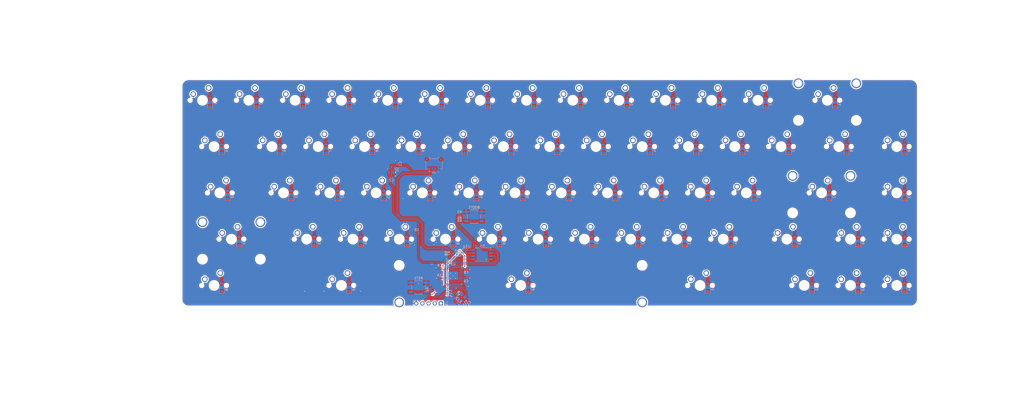
<source format=kicad_pcb>
(kicad_pcb (version 20240108) (generator "pcbnew") (generator_version "8.0")
  (layers (0 "F.Cu" signal) (31 "B.Cu" signal) (34 "B.Paste" user) (35 "F.Paste" user) (36 "B.SilkS" user "B.Silkscreen") (37 "F.SilkS" user "F.Silkscreen") (38 "B.Mask" user) (39 "F.Mask" user) (44 "Edge.Cuts" user))
  (net 0 "")
  (net 1 "Net-(BOOT1-Pad2)")
  (net 2 "GND")
  (net 3 "+5V")
  (net 4 "+3V3")
  (net 5 "+1V1")
  (net 6 "XIN")
  (net 7 "Net-(C12-Pad2)")
  (net 8 "Net-(D1-A)")
  (net 9 "ROW0")
  (net 10 "Net-(D2-A)")
  (net 11 "ROW1")
  (net 12 "ROW2")
  (net 13 "Net-(D3-A)")
  (net 14 "Net-(D4-A)")
  (net 15 "ROW3")
  (net 16 "Net-(D5-A)")
  (net 17 "ROW4")
  (net 18 "Net-(D6-A)")
  (net 19 "COL0")
  (net 20 "COL1")
  (net 21 "Net-(D7-A)")
  (net 22 "COL2")
  (net 23 "Net-(D8-A)")
  (net 24 "COL3")
  (net 25 "Net-(D9-A)")
  (net 26 "Net-(D10-A)")
  (net 27 "COL4")
  (net 28 "COL5")
  (net 29 "Net-(D11-A)")
  (net 30 "Net-(D12-A)")
  (net 31 "COL6")
  (net 32 "Net-(D13-A)")
  (net 33 "COL7")
  (net 34 "COL8")
  (net 35 "Net-(D14-A)")
  (net 36 "COL9")
  (net 37 "Net-(D15-A)")
  (net 38 "Net-(D16-A)")
  (net 39 "COL10")
  (net 40 "COL11")
  (net 41 "Net-(D17-A)")
  (net 42 "COL12")
  (net 43 "Net-(D18-A)")
  (net 44 "COL13")
  (net 45 "Net-(D19-A)")
  (net 46 "Net-(D20-A)")
  (net 47 "Net-(MX29-Pad1)")
  (net 48 "Net-(D21-A)")
  (net 49 "Net-(D22-A)")
  (net 50 "Net-(D23-A)")
  (net 51 "Net-(D24-A)")
  (net 52 "Net-(D25-A)")
  (net 53 "Net-(D26-A)")
  (net 54 "Net-(D27-A)")
  (net 55 "Net-(D28-A)")
  (net 56 "Net-(D29-A)")
  (net 57 "Net-(D30-A)")
  (net 58 "Net-(D31-A)")
  (net 59 "Net-(D32-A)")
  (net 60 "Net-(D33-A)")
  (net 61 "Net-(D34-A)")
  (net 62 "Net-(D35-A)")
  (net 63 "Net-(D36-A)")
  (net 64 "Net-(D37-A)")
  (net 65 "Net-(D38-A)")
  (net 66 "Net-(D39-A)")
  (net 67 "Net-(D40-A)")
  (net 68 "Net-(D41-A)")
  (net 69 "Net-(D42-A)")
  (net 70 "Net-(D43-A)")
  (net 71 "Net-(D44-A)")
  (net 72 "Net-(D45-A)")
  (net 73 "Net-(D46-A)")
  (net 74 "Net-(D47-A)")
  (net 75 "Net-(D48-A)")
  (net 76 "Net-(D49-A)")
  (net 77 "Net-(D50-A)")
  (net 78 "Net-(D51-A)")
  (net 79 "Net-(D52-A)")
  (net 80 "Net-(D53-A)")
  (net 81 "Net-(D54-A)")
  (net 82 "Net-(D55-A)")
  (net 83 "Net-(D56-A)")
  (net 84 "Net-(D57-A)")
  (net 85 "Net-(D58-A)")
  (net 86 "Net-(D59-A)")
  (net 87 "Net-(D60-A)")
  (net 88 "Net-(D61-A)")
  (net 89 "Net-(D62-A)")
  (net 90 "Net-(D63-A)")
  (net 91 "Net-(D64-A)")
  (net 92 "D-")
  (net 93 "D+")
  (net 94 "RESET")
  (net 95 "SWC")
  (net 96 "SWD")
  (net 97 "Net-(R3-Pad1)")
  (net 98 "Q_SEL")
  (net 99 "Net-(U3-USB_DP)")
  (net 100 "Net-(U3-USB_DM)")
  (net 101 "XOUT")
  (net 102 "Q_101")
  (net 103 "unconnected-(U3-GPIO16-Pad27)")
  (net 108 "Q_100")
  (net 112 "Q_102")
  (net 115 "Q_103")
  (net 121 "unconnected-(U3-GPIO17-Pad28)")
  (net 124 "unconnected-(U3-GPIO13-Pad16)")
  (net 126 "unconnected-(U3-GPIO15-Pad18)")
  (net 127 "Q_CLK")
  (net 130 "unconnected-(U3-GPIO12-Pad15)")
  (net 135 "unconnected-(U3-GPIO14-Pad17)")
  (footprint "PCM_marbastlib-mx:SW_MX_1u" (layer "F.Cu") (at 62.70625 24.60625)
    (property "Reference" "MX3" (hide yes))
    (property "Value" "MX_SW_solder")
  )
  (footprint "PCM_marbastlib-mx:SW_MX_1u" (layer "F.Cu") (at 81.75625 24.60625)
    (property "Reference" "MX4" (hide yes))
    (property "Value" "MX_SW_solder")
  )
  (footprint "PCM_marbastlib-mx:SW_MX_1u" (layer "F.Cu") (at 172.24375 62.70625)
    (property "Reference" "MX37" (hide yes))
    (property "Value" "MX_SW_solder")
  )
  (footprint "PCM_marbastlib-mx:SW_MX_1u" (layer "F.Cu") (at 138.90625 24.60625)
    (property "Reference" "MX7" (hide yes))
    (property "Value" "MX_SW_solder")
  )
  (footprint "PCM_marbastlib-mx:SW_MX_1u" (layer "F.Cu") (at 53.18125 43.65625)
    (property "Reference" "MX16" (hide yes))
    (property "Value" "MX_SW_solder")
  )
  (footprint "PCM_marbastlib-mx:SW_MX_1u" (layer "F.Cu") (at 310.35625 43.65625)
    (property "Reference" "MX29" (hide yes))
    (property "Value" "MX_SW_solder")
  )
  (footprint "PCM_marbastlib-mx:SW_MX_1u" (layer "F.Cu") (at 210.34375 62.70625)
    (property "Reference" "MX39" (hide yes))
    (property "Value" "MX_SW_solder")
  )
  (footprint "PCM_marbastlib-mx:SW_MX_1u" (layer "F.Cu") (at 253.20625 24.60625)
    (property "Reference" "MX13" (hide yes))
    (property "Value" "MX_SW_solder")
  )
  (footprint "PCM_marbastlib-mx:SW_MX_1u" (layer "F.Cu") (at 291.30625 100.80625)
    (property "Reference" "MX63" (hide yes))
    (property "Value" "MX_SW_solder")
  )
  (footprint "PCM_marbastlib-mx:SW_MX_1u" (layer "F.Cu") (at 43.65625 24.60625)
    (property "Reference" "MX2" (hide yes))
    (property "Value" "MX_SW_solder")
  )
  (footprint "PCM_marbastlib-mx:SW_MX_1u" (layer "F.Cu") (at 205.58125 43.65625)
    (property "Reference" "MX24" (hide yes))
    (property "Value" "MX_SW_solder")
  )
  (footprint "PCM_marbastlib-mx:SW_MX_1u" (layer "F.Cu") (at 291.30625 81.75625)
    (property "Reference" "MX56" (hide yes))
    (property "Value" "MX_SW_solder")
  )
  (footprint "PCM_marbastlib-mx:SW_MX_1u" (layer "F.Cu") (at 134.14375 62.70625)
    (property "Reference" "MX35" (hide yes))
    (property "Value" "MX_SW_solder")
  )
  (footprint "PCM_marbastlib-mx:SW_MX_1u" (layer "F.Cu") (at 286.54375 43.65625)
    (property "Reference" "MX28" (hide yes))
    (property "Value" "MX_SW_solder")
  )
  (footprint "PCM_marbastlib-mx:SW_MX_1u" (layer "F.Cu") (at 100.80625 24.60625)
    (property "Reference" "MX5" (hide yes))
    (property "Value" "MX_SW_solder")
  )
  (footprint "PCM_marbastlib-mx:SW_MX_1.5u" (layer "F.Cu") (at 81.75625 100.80625)
    (property "Reference" "MX59" (hide yes))
    (property "Value" "MX_SW_solder")
  )
  (footprint "PCM_marbastlib-mx:SW_MX_1u" (layer "F.Cu") (at 57.94375 62.70625)
    (property "Reference" "MX31" (hide yes))
    (property "Value" "MX_SW_solder")
  )
  (footprint "PCM_marbastlib-mx:SW_MX_1u" (layer "F.Cu") (at 157.95625 24.60625)
    (property "Reference" "MX8" (hide yes))
    (property "Value" "MX_SW_solder")
  )
  (footprint "PCM_marbastlib-mx:SW_MX_1u" (layer "F.Cu") (at 215.10625 24.60625)
    (property "Reference" "MX11" (hide yes))
    (property "Value" "MX_SW_solder")
  )
  (footprint "PCM_marbastlib-mx:SW_MX_1u" (layer "F.Cu") (at 196.05625 24.60625)
    (property "Reference" "MX10" (hide yes))
    (property "Value" "MX_SW_solder")
  )
  (footprint "PCM_marbastlib-mx:SW_MX_1u" (layer "F.Cu") (at 105.56875 81.75625)
    (property "Reference" "MX47" (hide yes))
    (property "Value" "MX_SW_solder")
  )
  (footprint "PCM_marbastlib-mx:SW_MX_1u" (layer "F.Cu") (at 272.25625 100.80625)
    (property "Reference" "MX62" (hide yes))
    (property "Value" "MX_SW_solder")
  )
  (footprint "PCM_marbastlib-mx:SW_MX_1u" (layer "F.Cu") (at 124.61875 81.75625)
    (property "Reference" "MX48" (hide yes))
    (property "Value" "MX_SW_solder")
  )
  (footprint "PCM_marbastlib-mx:SW_MX_1.5u" (layer "F.Cu") (at 29.36875 43.65625)
    (property "Reference" "MX15" (hide yes))
    (property "Value" "MX_SW_solder")
  )
  (footprint "PCM_marbastlib-mx:SW_MX_1u" (layer "F.Cu") (at 262.73125 43.65625)
    (property "Reference" "MX27" (hide yes))
    (property "Value" "MX_SW_solder")
  )
  (footprint "PCM_marbastlib-mx:SW_MX_1u" (layer "F.Cu") (at 167.48125 43.65625)
    (property "Reference" "MX22" (hide yes))
    (property "Value" "MX_SW_solder")
  )
  (footprint "PCM_marbastlib-mx:SW_MX_1u" (layer "F.Cu") (at 155.575 100.80625)
    (property "Reference" "MX60" (hide yes))
    (property "Value" "MX_SW_solder")
  )
  (footprint "PCM_marbastlib-mx:SW_MX_1u" (layer "F.Cu") (at 279.4 62.70625)
    (property "Reference" "MX42" (hide yes))
    (property "Value" "MX_SW_solder")
  )
  (footprint "PCM_marbastlib-mx:SW_MX_1u" (layer "F.Cu") (at 310.35625 81.75625)
    (property "Reference" "MX57" (hide yes))
    (property "Value" "MX_SW_solder")
  )
  (footprint "PCM_marbastlib-mx:SW_MX_1u" (layer "F.Cu") (at 129.38125 43.65625)
    (property "Reference" "MX20" (hide yes))
    (property "Value" "MX_SW_solder")
  )
  (footprint "PCM_marbastlib-mx:SW_MX_1u" (layer "F.Cu") (at 200.81875 81.75625)
    (property "Reference" "MX52" (hide yes))
    (property "Value" "MX_SW_solder")
  )
  (footprint "PCM_marbastlib-mx:SW_MX_1u" (layer "F.Cu") (at 162.71875 81.75625)
    (property "Reference" "MX50" (hide yes))
    (property "Value" "MX_SW_solder")
  )
  (footprint "PCM_marbastlib-mx:SW_MX_1u" (layer "F.Cu") (at 229.39375 62.70625)
    (property "Reference" "MX40" (hide yes))
    (property "Value" "MX_SW_solder")
  )
  (footprint "PCM_marbastlib-mx:SW_MX_1u" (layer "F.Cu") (at 248.44375 62.70625)
    (property "Reference" "MX41" (hide yes))
    (property "Value" "MX_SW_solder")
  )
  (footprint "PCM_marbastlib-mx:SW_MX_1u" (layer "F.Cu") (at 219.86875 81.75625)
    (property "Reference" "MX53" (hide yes))
    (property "Value" "MX_SW_solder")
  )
  (footprint "PCM_marbastlib-mx:SW_MX_1u" (layer "F.Cu") (at 224.63125 43.65625)
    (property "Reference" "MX25" (hide yes))
    (property "Value" "MX_SW_solder")
  )
  (footprint "PCM_marbastlib-mx:STAB_MX_P_2.25u" (layer "F.Cu") (at 279.4 62.70625)
    (property "Reference" "S3" (hide yes))
    (property "Value" "MX_stab")
  )
  (footprint "PCM_marbastlib-mx:SW_MX_1u" (layer "F.Cu") (at 153.19375 62.70625)
    (property "Reference" "MX36" (hide yes))
    (property "Value" "MX_SW_solder")
  )
  (footprint "PCM_marbastlib-mx:SW_MX_1u" (layer "F.Cu") (at 177.00625 24.60625)
    (property "Reference" "MX9" (hide yes))
    (property "Value" "MX_SW_solder")
  )
  (footprint "PCM_marbastlib-mx:SW_MX_1u" (layer "F.Cu") (at 281.78125 24.60625)
    (property "Reference" "MX14" (hide yes))
    (property "Value" "MX_SW_solder")
  )
  (footprint "PCM_marbastlib-mx:SW_MX_1u" (layer "F.Cu") (at 72.23125 43.65625)
    (property "Reference" "MX17" (hide yes))
    (property "Value" "MX_SW_solder")
  )
  (footprint "PCM_marbastlib-mx:SW_MX_1u" (layer "F.Cu") (at 67.46875 81.75625)
    (property "Reference" "MX45" (hide yes))
    (property "Value" "MX_SW_solder")
  )
  (footprint "PCM_marbastlib-mx:SW_MX_1u" (layer "F.Cu") (at 238.91875 81.75625)
    (property "Reference" "MX54" (hide yes))
    (property "Value" "MX_SW_solder")
  )
  (footprint "PCM_marbastlib-mx:SW_MX_1u" (layer "F.Cu") (at 76.99375 62.70625)
    (property "Reference" "MX32" (hide yes))
    (property "Value" "MX_SW_solder")
  )
  (footprint "PCM_marbastlib-mx:SW_MX_1u" (layer "F.Cu") (at 143.66875 81.75625)
    (property "Reference" "MX49" (hide yes))
    (property "Value" "MX_SW_solder")
  )
  (footprint "PCM_marbastlib-mx:SW_MX_1u" (layer "F.Cu") (at 148.43125 43.65625)
    (property "Reference" "MX21" (hide yes))
    (property "Value" "MX_SW_solder")
  )
  (footprint "PCM_marbastlib-mx:SW_MX_1.5u" (layer "F.Cu") (at 229.39375 100.80625)
    (property "Reference" "MX61" (hide yes))
    (property "Value" "MX_SW_solder")
  )
  (footprint "PCM_marbastlib-mx:SW_MX_1u" (layer "F.Cu") (at 36.5125 81.75625)
    (property "Reference" "MX44" (hide yes))
    (property "Value" "MX_SW_solder")
  )
  (footprint "PCM_marbastlib-mx:STAB_MX_P_6.25u" (layer "F.Cu") (at 155.575 100.80625 180)
    (property "Reference" "S1" (hide yes))
    (property "Value" "MX_stab")
  )
  (footprint "PCM_marbastlib-mx:SW_MX_1u" (layer "F.Cu") (at 24.60625 24.60625)
    (property "Reference" "MX1" (hide yes))
    (property "Value" "MX_SW_solder")
  )
  (footprint "PCM_marbastlib-mx:SW_MX_1u" (layer "F.Cu") (at 110.33125 43.65625)
    (property "Reference" "MX19" (hide yes))
    (property "Value" "MX_SW_solder")
  )
  (footprint "PCM_marbastlib-mx:SW_MX_1u" (layer "F.Cu") (at 119.85625 24.60625)
    (property "Reference" "MX6" (hide yes))
    (property "Value" "MX_SW_solder")
  )
  (footprint "PCM_marbastlib-mx:SW_MX_1u" (layer "F.Cu") (at 115.09375 62.70625)
    (property "Reference" "MX34" (hide yes))
    (property "Value" "MX_SW_solder")
  )
  (footprint "PCM_marbastlib-mx:STAB_MX_P_2u" (layer "F.Cu") (at 281.78125 24.60625)
    (property "Reference" "S4" (hide yes))
    (property "Value" "MX_stab")
  )
  (footprint "PCM_marbastlib-mx:SW_MX_1u" (layer "F.Cu") (at 191.29375 62.70625)
    (property "Reference" "MX38" (hide yes))
    (property "Value" "MX_SW_solder")
  )
  (footprint "PCM_marbastlib-mx:SW_MX_1.75u" (layer "F.Cu") (at 31.75 62.70625)
    (property "Reference" "MX30" (hide yes))
    (property "Value" "MX_SW_solder")
  )
  (footprint "PCM_marbastlib-mx:SW_MX_1u" (layer "F.Cu") (at 91.28125 43.65625)
    (property "Reference" "MX18" (hide yes))
    (property "Value" "MX_SW_solder")
  )
  (footprint "PCM_marbastlib-mx:SW_MX_1u" (layer "F.Cu") (at 310.35625 62.70625)
    (property "Reference" "MX43" (hide yes))
    (property "Value" "MX_SW_solder")
  )
  (footprint "PCM_marbastlib-mx:SW_MX_1.5u" (layer "F.Cu") (at 29.36875 100.80625)
    (property "Reference" "MX58" (hide yes))
    (property "Value" "MX_SW_solder")
  )
  (footprint "PCM_marbastlib-mx:SW_MX_1u" (layer "F.Cu") (at 243.68125 43.65625)
    (property "Reference" "MX26" (hide yes))
    (property "Value" "MX_SW_solder")
  )
  (footprint "PCM_marbastlib-mx:SW_MX_1u" (layer "F.Cu") (at 181.76875 81.75625)
    (property "Reference" "MX51" (hide yes))
    (property "Value" "MX_SW_solder")
  )
  (footprint "PCM_marbastlib-mx:SW_MX_1u" (layer "F.Cu") (at 310.35625 100.80625)
    (property "Reference" "MX64" (hide yes))
    (property "Value" "MX_SW_solder")
  )
  (footprint "PCM_marbastlib-mx:SW_MX_1u" (layer "F.Cu") (at 96.04375 62.70625)
    (property "Reference" "MX33" (hide yes))
    (property "Value" "MX_SW_solder")
  )
  (footprint "PCM_marbastlib-mx:SW_MX_1u" (layer "F.Cu") (at 234.15625 24.60625)
    (property "Reference" "MX12" (hide yes))
    (property "Value" "MX_SW_solder")
  )
  (footprint "PCM_marbastlib-mx:SW_MX_1u" (layer "F.Cu") (at 186.53125 43.65625)
    (property "Reference" "MX23" (hide yes))
    (property "Value" "MX_SW_solder")
  )
  (footprint "PCM_marbastlib-mx:SW_MX_1u" (layer "F.Cu") (at 86.51875 81.75625)
    (property "Reference" "MX46" (hide yes))
    (property "Value" "MX_SW_solder")
  )
  (footprint "PCM_marbastlib-mx:SW_MX_1.75u" (layer "F.Cu") (at 265.1125 81.75625)
    (property "Reference" "MX55" (hide yes))
    (property "Value" "MX_SW_solder")
  )
  (footprint "PCM_marbastlib-mx:STAB_MX_P_2.25u" (layer "F.Cu") (at 36.5125 81.75625)
    (property "Reference" "S2" (hide yes))
    (property "Value" "MX_stab")
  )
  (footprint "Diode_SMD:D_SOD-123" (layer "B.Cu") (at 223.04375 82.55 90)
    (property "Reference" "D53")
    (property "Value" "D_Small")
  )
  (footprint "Diode_SMD:D_SOD-123" (layer "B.Cu") (at 251.61875 63.5 90)
    (property "Reference" "D41")
    (property "Value" "D_Small")
  )
  (footprint "Diode_SMD:D_SOD-123" (layer "B.Cu") (at 313.53125 63.5 90)
    (property "Reference" "D43")
    (property "Value" "D_Small")
  )
  (footprint "Connector_PinHeader_2.54mm:PinHeader_1x05_P2.54mm_Vertical" (layer "B.Cu") (at 122.735993 108.219357 90)
    (property "Reference" "J3")
    (property "Value" "Conn_01x05")
  )
  (footprint "Package_TO_SOT_SMD:SOT-23-3" (layer "B.Cu") (at 102.34713 53.18125 90)
    (property "Reference" "U1")
    (property "Value" "XC6206PxxxMR")
  )
  (footprint "Resistor_SMD:R_0402_1005Metric" (layer "B.Cu") (at 130.44375 73.05)
    (property "Reference" "R4")
    (property "Value" "5.1k")
  )
  (footprint "Diode_SMD:D_SOD-123" (layer "B.Cu") (at 161.13125 25.4 90)
    (property "Reference" "D8")
    (property "Value" "D_Small")
  )
  (footprint "Resistor_SMD:R_0402_1005Metric" (layer "B.Cu") (at 130.44375 74.25 180)
    (property "Reference" "R5")
    (property "Value" "1k")
  )
  (footprint "Diode_SMD:D_SOD-123" (layer "B.Cu") (at 199.23125 25.4 90)
    (property "Reference" "D10")
    (property "Value" "D_Small")
  )
  (footprint "Diode_SMD:D_SOD-123" (layer "B.Cu") (at 89.69375 82.55 90)
    (property "Reference" "D46")
    (property "Value" "D_Small")
  )
  (footprint "Diode_SMD:D_SOD-123" (layer "B.Cu") (at 94.45625 44.45 90)
    (property "Reference" "D18")
    (property "Value" "D_Small")
  )
  (footprint "Capacitor_SMD:C_0402_1005Metric" (layer "B.Cu") (at 128.213359 87.5674 90)
    (property "Reference" "C16")
    (property "Value" "100n")
  )
  (footprint "Diode_SMD:D_SOD-123" (layer "B.Cu") (at 127.79375 82.55 90)
    (property "Reference" "D48")
    (property "Value" "D_Small")
  )
  (footprint "Diode_SMD:D_SOD-123" (layer "B.Cu") (at 137.31875 63.5 90)
    (property "Reference" "D35")
    (property "Value" "D_Small")
  )
  (footprint "Diode_SMD:D_SOD-123" (layer "B.Cu") (at 34.925 63.5 90)
    (property "Reference" "D30")
    (property "Value" "D_Small")
  )
  (footprint "Diode_SMD:D_SOD-123" (layer "B.Cu") (at 227.80625 44.45 90)
    (property "Reference" "D25")
    (property "Value" "D_Small")
  )
  (footprint "Diode_SMD:D_SOD-123" (layer "B.Cu") (at 194.46875 63.5 90)
    (property "Reference" "D38")
    (property "Value" "D_Small")
  )
  (footprint "Diode_SMD:D_SOD-123" (layer "B.Cu") (at 208.75625 44.45 90)
    (property "Reference" "D24")
    (property "Value" "D_Small")
  )
  (footprint "Diode_SMD:D_SOD-123" (layer "B.Cu") (at 294.48125 82.55 90)
    (property "Reference" "D56")
    (property "Value" "D_Small")
  )
  (footprint "Diode_SMD:D_SOD-123" (layer "B.Cu") (at 294.48125 101.6 90)
    (property "Reference" "D63")
    (property "Value" "D_Small")
  )
  (footprint "Diode_SMD:D_SOD-123" (layer "B.Cu") (at 218.28125 25.4 90)
    (property "Reference" "D11")
    (property "Value" "D_Small")
  )
  (footprint "Resistor_SMD:R_0402_1005Metric" (layer "B.Cu") (at 128.910755 104.071187 90)
    (property "Reference" "R9")
    (property "Value" "1k")
  )
  (footprint "Diode_SMD:D_SOD-123" (layer "B.Cu") (at 75.40625 44.45 90)
    (property "Reference" "D17")
    (property "Value" "D_Small")
  )
  (footprint "Capacitor_SMD:C_0402_1005Metric" (layer "B.Cu") (at 129.244743 87.576067 90)
    (property "Reference" "C13")
    (property "Value" "100n")
  )
  (footprint "Diode_SMD:D_SOD-123" (layer "B.Cu") (at 282.575 63.5 90)
    (property "Reference" "D42")
    (property "Value" "D_Small")
  )
  (footprint "Diode_SMD:D_SOD-123" (layer "B.Cu") (at 175.41875 63.5 90)
    (property "Reference" "D37")
    (property "Value" "D_Small")
  )
  (footprint "Diode_SMD:D_SOD-123" (layer "B.Cu") (at 118.26875 63.5 90)
    (property "Reference" "D34")
    (property "Value" "D_Small")
  )
  (footprint "Diode_SMD:D_SOD-123" (layer "B.Cu") (at 189.70625 44.45 90)
    (property "Reference" "D23")
    (property "Value" "D_Small")
  )
  (footprint "Capacitor_SMD:C_0402_1005Metric" (layer "B.Cu") (at 133.081411 107.552124 45)
    (property "Reference" "C11")
    (property "Value" "22p")
  )
  (footprint "Capacitor_SMD:C_0402_1005Metric" (layer "B.Cu") (at 129.112661 107.667052 135)
    (property "Reference" "C12")
    (property "Value" "22p")
  )
  (footprint "Button_Switch_SMD:SW_SPST_TL3342" (layer "B.Cu") (at 113.50625 101.6 180)
    (property "Reference" "RST1")
    (property "Value" "SW_Push")
  )
  (footprint "Diode_SMD:D_SOD-123" (layer "B.Cu") (at 113.50625 44.45 90)
    (property "Reference" "D19")
    (property "Value" "D_Small")
  )
  (footprint "Diode_SMD:D_SOD-123" (layer "B.Cu") (at 232.56875 63.5 90)
    (property "Reference" "D40")
    (property "Value" "D_Small")
  )
  (footprint "Diode_SMD:D_SOD-123" (layer "B.Cu") (at 232.56875 101.6 90)
    (property "Reference" "D61")
    (property "Value" "D_Small")
  )
  (footprint "Diode_SMD:D_SOD-123" (layer "B.Cu") (at 151.60625 44.45 90)
    (property "Reference" "D21")
    (property "Value" "D_Small")
  )
  (footprint "Diode_SMD:D_SOD-123" (layer "B.Cu") (at 284.95625 25.4 90)
    (property "Reference" "D14")
    (property "Value" "D_Small")
  )
  (footprint "Diode_SMD:D_SOD-123" (layer "B.Cu") (at 313.53125 44.45 90)
    (property "Reference" "D29")
    (property "Value" "D_Small")
  )
  (footprint "Diode_SMD:D_SOD-123" (layer "B.Cu") (at 268.2875 82.55 90)
    (property "Reference" "D55")
    (property "Value" "D_Small")
  )
  (footprint "Capacitor_SMD:C_0402_1005Metric" (layer "B.Cu") (at 104.775 50.8 90)
    (property "Reference" "C1")
    (property "Value" "1u")
  )
  (footprint "Diode_SMD:D_SOD-123" (layer "B.Cu") (at 170.65625 44.45 90)
    (property "Reference" "D22")
    (property "Value" "D_Small")
  )
  (footprint "Diode_SMD:D_SOD-123" (layer "B.Cu") (at 256.38125 25.4 90)
    (property "Reference" "D13")
    (property "Value" "D_Small")
  )
  (footprint "Diode_SMD:D_SOD-123" (layer "B.Cu") (at 39.6875 82.55 90)
    (property "Reference" "D44")
    (property "Value" "D_Small")
  )
  (footprint "Capacitor_SMD:C_0402_1005Metric" (layer "B.Cu") (at 122.2375 93.6625 180)
    (property "Reference" "C6")
    (property "Value" "1u")
  )
  (footprint "Diode_SMD:D_SOD-123" (layer "B.Cu") (at 275.43125 101.6 90)
    (property "Reference" "D62")
    (property "Value" "D_Small")
  )
  (footprint "Diode_SMD:D_SOD-123" (layer "B.Cu") (at 108.74375 82.55 90)
    (property "Reference" "D47")
    (property "Value" "D_Small")
  )
  (footprint "Resistor_SMD:R_0402_1005Metric" (layer "B.Cu") (at 126.079493 87.59625 -90)
    (property "Reference" "R8")
    (property "Value" "27")
  )
  (footprint "Diode_SMD:D_SOD-123" (layer "B.Cu") (at 237.33125 25.4 90)
    (property "Reference" "D12")
    (property "Value" "D_Small")
  )
  (footprint "Diode_SMD:D_SOD-123" (layer "B.Cu") (at 103.98125 25.4 90)
    (property "Reference" "D5")
    (property "Value" "D_Small")
  )
  (footprint "Capacitor_SMD:C_0402_1005Metric" (layer "B.Cu") (at 133.26712 86.19546 180)
    (property "Reference" "C10")
    (property "Value" "1u")
  )
  (footprint "Diode_SMD:D_SOD-123" (layer "B.Cu") (at 61.11875 63.5 90)
    (property "Reference" "D31")
    (property "Value" "D_Small")
  )
  (footprint "Diode_SMD:D_SOD-123" (layer "B.Cu") (at 80.16875 63.5 90)
    (property "Reference" "D32")
    (property "Value" "D_Small")
  )
  (footprint "Connector_Molex:Molex_Pico-EZmate_78171-0004_1x04-1MP_P1.20mm_Vertical" (layer "B.Cu") (at 119.85625 50.8)
    (property "Reference" "J4")
    (property "Value" "Conn_01x04")
  )
  (footprint "Capacitor_SMD:C_0402_1005Metric" (layer "B.Cu") (at 126.726648 104.032185 -90)
    (property "Reference" "C4")
    (property "Value" "100n")
  )
  (footprint "Capacitor_SMD:C_0402_1005Metric" (layer "B.Cu") (at 133.096808 94.235894)
    (property "Reference" "C8")
    (property "Value" "100n")
  )
  (footprint "Diode_SMD:D_SOD-123" (layer "B.Cu") (at 84.93125 101.6 90)
    (property "Reference" "D59")
    (property "Value" "D_Small")
  )
  (footprint "Diode_SMD:D_SOD-123" (layer "B.Cu") (at 203.99375 82.55 90)
    (property "Reference" "D52")
    (property "Value" "D_Small")
  )
  (footprint "Crystal:Crystal_SMD_3225-4Pin_3.2x2.5mm" (layer "B.Cu") (at 131.216349 105.833855 45)
    (property "Reference" "Y1")
    (property "Value" "Crystal_GND24")
  )
  (footprint "Diode_SMD:D_SOD-123" (layer "B.Cu") (at 265.90625 44.45 90)
    (property "Reference" "D27")
    (property "Value" "D_Small")
  )
  (footprint "Diode_SMD:D_SOD-123" (layer "B.Cu") (at 65.88125 25.4 90)
    (property "Reference" "D3")
    (property "Value" "D_Small")
  )
  (footprint "Capacitor_SMD:C_0402_1005Metric" (layer "B.Cu") (at 125.554085 91.068161 90)
    (property "Reference" "C3")
    (property "Value" "1u")
  )
  (footprint "Diode_SMD:D_SOD-123" (layer "B.Cu") (at 242.09375 82.55 90)
    (property "Reference" "D54")
    (property "Value" "D_Small")
  )
  (footprint "Diode_SMD:D_SOD-123" (layer "B.Cu") (at 165.89375 82.55 90)
    (property "Reference" "D50")
    (property "Value" "D_Small")
  )
  (footprint "Button_Switch_SMD:SW_SPST_TL3342" (layer "B.Cu") (at 136.39375 72.4375 180)
    (property "Reference" "BOOT1")
    (property "Value" "SW_Push")
  )
  (footprint "Diode_SMD:D_SOD-123" (layer "B.Cu") (at 184.94375 82.55 90)
    (property "Reference" "D51")
    (property "Value" "D_Small")
  )
  (footprint "Capacitor_SMD:C_0402_1005Metric" (layer "B.Cu") (at 124.428827 91.053891 90)
    (property "Reference" "C7")
    (property "Value" "100n")
  )
  (footprint "Diode_SMD:D_SOD-123" (layer "B.Cu") (at 84.93125 25.4 90)
    (property "Reference" "D4")
    (property "Value" "D_Small")
  )
  (footprint "Diode_SMD:D_SOD-123" (layer "B.Cu") (at 70.64375 82.55 90)
    (property "Reference" "D45")
    (property "Value" "D_Small")
  )
  (footprint "Diode_SMD:D_SOD-123" (layer "B.Cu") (at 246.85625 44.45 90)
    (property "Reference" "D26")
    (property "Value" "D_Small")
  )
  (footprint "Resistor_SMD:R_0402_1005Metric" (layer "B.Cu") (at 130.44375 71.85 180)
    (property "Reference" "R3")
    (property "Value" "5.1k")
  )
  (footprint "Capacitor_SMD:C_0402_1005Metric" (layer "B.Cu") (at 122.567313 97.837072 180)
    (property "Reference" "C15")
    (property "Value" "100n")
  )
  (footprint "Diode_SMD:D_SOD-123" (layer "B.Cu") (at 99.21875 63.5 90)
    (property "Reference" "D33")
    (property "Value" "D_Small")
  )
  (footprint "Diode_SMD:D_SOD-123" (layer "B.Cu") (at 142.08125 25.4 90)
    (property "Reference" "D7")
    (property "Value" "D_Small")
  )
  (footprint "Diode_SMD:D_SOD-123" (layer "B.Cu") (at 32.54375 101.6 90)
    (property "Reference" "D58")
    (property "Value" "D_Small")
  )
  (footprint "Diode_SMD:D_SOD-123" (layer "B.Cu") (at 132.55625 44.45 90)
    (property "Reference" "D20")
    (property "Value" "D_Small")
  )
  (footprint "Diode_SMD:D_SOD-123" (layer "B.Cu") (at 213.51875 63.5 90)
    (property "Reference" "D39")
    (property "Value" "D_Small")
  )
  (footprint "Diode_SMD:D_SOD-123" (layer "B.Cu") (at 180.18125 25.4 90)
    (property "Reference" "D9")
    (property "Value" "D_Small")
  )
  (footprint "Package_SO:SOIC-8_5.23x5.23mm_P1.27mm" (layer "B.Cu") (at 139.7 88.10625 180)
    (property "Reference" "U4")
    (property "Value" "W25Q128JVS")
  )
  (footprint "Diode_SMD:D_SOD-123" (layer "B.Cu") (at 146.84375 82.55 90)
    (property "Reference" "D49")
    (property "Value" "D_Small")
  )
  (footprint "Resistor_SMD:R_0402_1005Metric" (layer "B.Cu") (at 127.152046 87.59625 -90)
    (property "Reference" "R7")
    (property "Value" "27")
  )
  (footprint "Capacitor_SMD:C_0402_1005Metric" (layer "B.Cu") (at 102.34713 56.35625)
    (property "Reference" "C2")
    (property "Value" "1u")
  )
  (footprint "Diode_SMD:D_SOD-123" (layer "B.Cu") (at 27.78125 25.4 90)
    (property "Reference" "D1")
    (property "Value" "D_Small")
  )
  (footprint "Capacitor_SMD:C_0402_1005Metric" (layer "B.Cu") (at 133.105462 97.834364)
    (property "Reference" "C9")
    (property "Value" "100n")
  )
  (footprint "Diode_SMD:D_SOD-123" (layer "B.Cu") (at 313.53125 82.55 90)
    (property "Reference" "D57")
    (property "Value" "D_Small")
  )
  (footprint "Diode_SMD:D_SOD-123" (layer "B.Cu") (at 123.03125 25.4 90)
    (property "Reference" "D6")
    (property "Value" "D_Small")
  )
  (footprint "Diode_SMD:D_SOD-123" (layer "B.Cu") (at 313.53125 101.6 90)
    (property "Reference" "D64")
    (property "Value" "D_Small")
  )
  (footprint "Package_DFN_QFN:QFN-56-1EP_7x7mm_P0.4mm_EP3.2x3.2mm" (layer "B.Cu") (at 127.79375 96.8375 180)
    (property "Reference" "U3")
    (property "Value" "RP2040")
  )
  (footprint "Resistor_SMD:R_0402_1005Metric" (layer "B.Cu") (at 118.437555 102.470839 -90)
    (property "Reference" "R6")
    (property "Value" "5.1k")
  )
  (footprint "Diode_SMD:D_SOD-123" (layer "B.Cu") (at 289.71875 44.45 90)
    (property "Reference" "D28")
    (property "Value" "D_Small")
  )
  (footprint "Diode_SMD:D_SOD-123" (layer "B.Cu") (at 158.75 101.6 90)
    (property "Reference" "D60")
    (property "Value" "D_Small")
  )
  (footprint "Diode_SMD:D_SOD-123" (layer "B.Cu") (at 46.83125 25.4 90)
    (property "Reference" "D2")
    (property "Value" "D_Small")
  )
  (footprint "Diode_SMD:D_SOD-123" (layer "B.Cu") (at 156.36875 63.5 90)
    (property "Reference" "D36")
    (property "Value" "D_Small")
  )
  (footprint "Capacitor_SMD:C_0603_1608Metric" (layer "B.Cu") (at 112.7125 79.375 180)
    (property "Reference" "C5")
    (property "Value" "10u")
  )
  (footprint "Diode_SMD:D_SOD-123" (layer "B.Cu") (at 32.54375 44.45 90)
    (property "Reference" "D15")
    (property "Value" "D_Small")
  )
  (footprint "Diode_SMD:D_SOD-123" (layer "B.Cu") (at 56.35625 44.45 90)
    (property "Reference" "D16")
    (property "Value" "D_Small")
  )
  (footprint "Capacitor_SMD:C_0402_1005Metric" (layer "B.Cu") (at 127.7992 104.038685 -90)
    (property "Reference" "C14")
    (property "Value" "100n")
  )
  (gr_line (start 15.875 106.5375) (end 15.875 18.875) (stroke (width 0.05)) (layer "Edge.Cuts"))
  (gr_line (start 18.875 15.875) (end 316.0875 15.875) (stroke (width 0.05)) (layer "Edge.Cuts"))
  (gr_arc (start 319.0875 106.5375) (mid 318.20882 108.65882) (end 316.0875 109.5375) (stroke (width 0.05)) (layer "Edge.Cuts"))
  (gr_arc (start 15.875 18.875) (mid 16.75368 16.75368) (end 18.875 15.875) (stroke (width 0.05)) (layer "Edge.Cuts"))
  (gr_line (start 316.0875 109.5375) (end 18.875 109.5375) (stroke (width 0.05)) (layer "Edge.Cuts"))
  (gr_arc (start 18.875 109.5375) (mid 16.75368 108.65882) (end 15.875 106.5375) (stroke (width 0.05)) (layer "Edge.Cuts"))
  (gr_arc (start 316.0875 15.875) (mid 318.20882 16.75368) (end 319.0875 18.875) (stroke (width 0.05)) (layer "Edge.Cuts"))
  (gr_line (start 319.0875 18.875) (end 319.0875 106.5375) (stroke (width 0.05)) (layer "Edge.Cuts"))
  (segment (start 133.156251 74.25) (end 133.243751 74.3375) (width 0.2) (layer "B.Cu") (net 1))
  (segment (start 130.953749 74.25) (end 133.156251 74.25) (width 0.2) (layer "B.Cu") (net 1))
  (segment (start 133.243751 74.3375) (end 139.543749 74.3375) (width 0.2) (layer "B.Cu") (net 1))
  (segment (start 130.175 103.037979) (end 129.035172 101.898151) (width 0.2) (layer "F.Cu") (net 2))
  (segment (start 130.175 103.236871) (end 130.175 103.037979) (width 0.2) (layer "F.Cu") (net 2))
  (segment (start 127.290279 105.852779) (end 130.175 108.7375) (width 0.2) (layer "F.Cu") (net 2))
  (segment (start 104.092468 54.257147) (end 104.092468 55.767372) (width 0.2) (layer "F.Cu") (net 2))
  (segment (start 104.092468 55.767372) (end 104.106418 55.781322) (width 0.2) (layer "F.Cu") (net 2))
  (segment (start 130.175 103.236871) (end 129.435883 103.236871) (width 0.2) (layer "F.Cu") (net 2))
  (segment (start 121.677761 54.175799) (end 104.173816 54.175799) (width 0.2) (layer "F.Cu") (net 2))
  (segment (start 104.092467 49.407907) (end 104.092468 54.257147) (width 0.2) (layer "F.Cu") (net 2))
  (segment (start 129.435883 103.236871) (end 127.290279 105.382475) (width 0.2) (layer "F.Cu") (net 2))
  (segment (start 134.9375 102.39375) (end 134.441901 101.898151) (width 0.2) (layer "F.Cu") (net 2))
  (segment (start 131.937148 108.7375) (end 132.100516 108.574132) (width 0.2) (layer "F.Cu") (net 2))
  (segment (start 127.290279 105.382475) (end 127.290279 105.852779) (width 0.2) (layer "F.Cu") (net 2))
  (segment (start 132.100516 108.574132) (end 134.9375 105.737148) (width 0.2) (layer "F.Cu") (net 2))
  (segment (start 104.092468 54.257147) (end 104.085967 54.263647) (width 0.2) (layer "F.Cu") (net 2))
  (segment (start 134.9375 105.737148) (end 134.9375 102.39375) (width 0.2) (layer "F.Cu") (net 2))
  (segment (start 104.173816 54.175799) (end 104.092468 54.257147) (width 0.2) (layer "F.Cu") (net 2))
  (segment (start 134.441901 101.898151) (end 129.035172 101.898151) (width 0.2) (layer "F.Cu") (net 2))
  (segment (start 130.175 108.7375) (end 131.937148 108.7375) (width 0.2) (layer "F.Cu") (net 2))
  (via (at 134.669885 97.869573) (size 0.6) (drill 0.3) (layers "F.Cu" "B.Cu") (net 2))
  (via (at 126.79375 95.8375) (size 0.6) (drill 0.3) (layers "F.Cu" "B.Cu") (net 2))
  (via (at 120.980211 97.866323) (size 0.6) (drill 0.3) (layers "F.Cu" "B.Cu") (net 2))
  (via (at 128.743542 86.230535) (size 0.6) (drill 0.3) (layers "F.Cu" "B.Cu") (net 2))
  (via (at 128.79375 95.8375) (size 0.6) (drill 0.3) (layers "F.Cu" "B.Cu") (net 2))
  (via (at 134.604882 94.209893) (size 0.6) (drill 0.3) (layers "F.Cu" "B.Cu") (net 2))
  (via (at 104.106418 55.781322) (size 0.6) (drill 0.3) (layers "F.Cu" "B.Cu") (net 2))
  (via (at 127.79375 96.8375) (size 0.6) (drill 0.3) (layers "F.Cu" "B.Cu") (net 2))
  (via (at 127.290279 105.382475) (size 0.6) (drill 0.3) (layers "F.Cu" "B.Cu") (net 2))
  (via (at 130.175 103.236871) (size 0.6) (drill 0.3) (layers "F.Cu" "B.Cu") (net 2))
  (via (at 129.035172 101.898151) (size 0.6) (drill 0.3) (layers "F.Cu" "B.Cu") (net 2))
  (via (at 121.677761 54.175799) (size 0.6) (drill 0.3) (layers "F.Cu" "B.Cu") (net 2))
  (via (at 131.7625 85.725) (size 0.6) (drill 0.3) (layers "F.Cu" "B.Cu") (net 2))
  (via (at 104.092468 54.257147) (size 0.6) (drill 0.3) (layers "F.Cu" "B.Cu") (net 2))
  (via (at 120.716948 93.605363) (size 0.6) (drill 0.3) (layers "F.Cu" "B.Cu") (net 2))
  (via (at 141.39375 90.0375) (size 0.6) (drill 0.3) (layers "F.Cu" "B.Cu") (net 2))
  (via (at 113.50625 100.0125) (size 0.6) (drill 0.3) (layers "F.Cu" "B.Cu") (net 2))
  (via (at 126.79375 97.8375) (size 0.6) (drill 0.3) (layers "F.Cu" "B.Cu") (net 2))
  (via (at 132.100516 108.574132) (size 0.6) (drill 0.3) (layers "F.Cu" "B.Cu") (net 2))
  (via (at 130.175 108.7375) (size 0.6) (drill 0.3) (layers "F.Cu" "B.Cu") (net 2))
  (via (at 124.970501 89.827356) (size 0.6) (drill 0.3) (layers "F.Cu" "B.Cu") (net 2))
  (via (at 128.79375 97.8375) (size 0.6) (drill 0.3) (layers "F.Cu" "B.Cu") (net 2))
  (via (at 104.092467 49.407907) (size 0.6) (drill 0.3) (layers "F.Cu" "B.Cu") (net 2))
  (segment (start 125.539815 90.573891) (end 125.554085 90.588161) (width 0.2) (layer "B.Cu") (net 2))
  (segment (start 104.092468 54.257147) (end 103.358733 54.257147) (width 0.2) (layer "B.Cu") (net 2))
  (segment (start 129.244743 86.731736) (end 128.743542 86.230535) (width 0.2) (layer "B.Cu") (net 2))
  (segment (start 129.452072 108.014572) (end 130.175 108.7375) (width 0.2) (layer "B.Cu") (net 2))
  (segment (start 134.578881 94.235894) (end 134.604882 94.209893) (width 0.2) (layer "B.Cu") (net 2))
  (segment (start 132.063178 107.212713) (end 132.742 107.891535) (width 0.2) (layer "B.Cu") (net 2))
  (segment (start 127.7927 104.512185) (end 127.7992 104.518685) (width 0.2) (layer "B.Cu") (net 2))
  (segment (start 113.50625 99.7) (end 116.65625 99.7) (width 0.2) (layer "B.Cu") (net 2))
  (segment (start 132.100516 108.533019) (end 132.100516 108.574132) (width 0.2) (layer "B.Cu") (net 2))
  (segment (start 121.009462 97.837072) (end 120.980211 97.866323) (width 0.2) (layer "B.Cu") (net 2))
  (segment (start 121.7575 93.6625) (end 120.774085 93.6625) (width 0.2) (layer "B.Cu") (net 2))
  (segment (start 125.554085 90.41094) (end 125.554085 90.588161) (width 0.2) (layer "B.Cu") (net 2))
  (segment (start 133.585462 97.834364) (end 134.634676 97.834364) (width 0.2) (layer "B.Cu") (net 2))
  (segment (start 104.106418 55.781322) (end 104.106418 56.231082) (width 0.2) (layer "B.Cu") (net 2))
  (segment (start 103.98125 56.35625) (end 102.82713 56.35625) (width 0.2) (layer "B.Cu") (net 2))
  (segment (start 131.039572 107.212713) (end 131.216349 107.035936) (width 0.2) (layer "B.Cu") (net 2))
  (segment (start 133.576808 94.235894) (end 134.578881 94.235894) (width 0.2) (layer "B.Cu") (net 2))
  (segment (start 130.175 103.1875) (end 130.175 103.236871) (width 0.2) (layer "B.Cu") (net 2))
  (segment (start 129.452072 108.006463) (end 129.452072 108.014572) (width 0.2) (layer "B.Cu") (net 2))
  (segment (start 143.3 90.01125) (end 141.42 90.01125) (width 0.2) (layer "B.Cu") (net 2))
  (segment (start 127.277278 105.369474) (end 127.290279 105.382475) (width 0.2) (layer "B.Cu") (net 2))
  (segment (start 131.393126 104.454997) (end 130.175 103.236871) (width 0.2) (layer "B.Cu") (net 2))
  (segment (start 132.23296 86.19546) (end 131.7625 85.725) (width 0.2) (layer "B.Cu") (net 2))
  (segment (start 113.50625 99.7) (end 113.50625 100.0125) (width 0.2) (layer "B.Cu") (net 2))
  (segment (start 127.277278 104.512185) (end 127.277278 105.369474) (width 0.2) (layer "B.Cu") (net 2))
  (segment (start 121.65625 52.675) (end 121.65625 54.154288) (width 0.2) (layer "B.Cu") (net 2))
  (segment (start 122.087313 97.837072) (end 121.009462 97.837072) (width 0.2) (layer "B.Cu") (net 2))
  (segment (start 134.634676 97.834364) (end 134.669885 97.869573) (width 0.2) (layer "B.Cu") (net 2))
  (segment (start 124.970501 89.827356) (end 125.554085 90.41094) (width 0.2) (layer "B.Cu") (net 2))
  (segment (start 124.428827 90.573891) (end 125.539815 90.573891) (width 0.2) (layer "B.Cu") (net 2))
  (segment (start 126.726648 104.512185) (end 127.277278 104.512185) (width 0.2) (layer "B.Cu") (net 2))
  (segment (start 128.213359 87.0874) (end 128.213359 86.760717) (width 0.2) (layer "B.Cu") (net 2))
  (segment (start 131.216349 104.631774) (end 131.393126 104.454997) (width 0.2) (layer "B.Cu") (net 2))
  (segment (start 121.65625 54.154288) (end 121.677761 54.175799) (width 0.2) (layer "B.Cu") (net 2))
  (segment (start 131.039572 107.212713) (end 132.063178 107.212713) (width 0.2) (layer "B.Cu") (net 2))
  (segment (start 132.78712 86.19546) (end 132.23296 86.19546) (width 0.2) (layer "B.Cu") (net 2))
  (segment (start 127.277278 104.512185) (end 127.7927 104.512185) (width 0.2) (layer "B.Cu") (net 2))
  (segment (start 131.216349 107.035936) (end 131.216349 104.631774) (width 0.2) (layer "B.Cu") (net 2))
  (segment (start 128.213359 86.760717) (end 128.743542 86.230535) (width 0.2) (layer "B.Cu") (net 2))
  (segment (start 129.035172 101.898151) (end 128.79375 101.656729) (width 0.2) (layer "B.Cu") (net 2))
  (segment (start 120.774085 93.6625) (end 120.716948 93.605363) (width 0.2) (layer "B.Cu") (net 2))
  (segment (start 103.297129 54.31875) (end 103.297129 55.886251) (width 0.2) (layer "B.Cu") (net 2))
  (segment (start 103.358733 54.257147) (end 103.297129 54.31875) (width 0.2) (layer "B.Cu") (net 2))
  (segment (start 100.972313 51.993934) (end 103.297129 54.31875) (width 0.2) (layer "B.Cu") (net 2))
  (segment (start 104.775 50.32) (end 101.499541 50.32) (width 0.2) (layer "B.Cu") (net 2))
  (segment (start 104.775 50.32) (end 104.092468 49.637467) (width 0.2) (layer "B.Cu") (net 2))
  (segment (start 130.245822 107.212713) (end 131.039572 107.212713) (width 0.2) (layer "B.Cu") (net 2))
  (segment (start 129.452072 108.006463) (end 130.245822 107.212713) (width 0.2) (layer "B.Cu") (net 2))
  (segment (start 103.297129 55.886251) (end 102.82713 56.35625) (width 0.2) (layer "B.Cu") (net 2))
  (segment (start 133.243751 70.5375) (end 139.543749 70.5375) (width 0.2) (layer "B.Cu") (net 2))
  (segment (start 100.972313 50.847228) (end 100.972313 51.993934) (width 0.2) (layer "B.Cu") (net 2))
  (segment (start 124.970501 89.827356) (end 124.428827 90.36903) (width 0.2) (layer "B.Cu") (net 2))
  (segment (start 110.35625 99.7) (end 113.50625 99.7) (width 0.2) (layer "B.Cu") (net 2))
  (segment (start 141.42 90.01125) (end 141.39375 90.0375) (width 0.2) (layer "B.Cu") (net 2))
  (segment (start 128.79375 101.656729) (end 128.79375 100.275) (width 0.2) (layer "B.Cu") (net 2))
  (segment (start 103.98125 56.35625) (end 104.106418 56.231082) (width 0.2) (layer "B.Cu") (net 2))
  (segment (start 104.092468 49.637467) (end 104.092467 49.407907) (width 0.2) (layer "B.Cu") (net 2))
  (segment (start 132.742 107.891535) (end 132.100516 108.533019) (width 0.2) (layer "B.Cu") (net 2))
  (segment (start 124.428827 90.36903) (end 124.428827 90.573891) (width 0.2) (layer "B.Cu") (net 2))
  (segment (start 101.499541 50.32) (end 100.972313 50.847228) (width 0.2) (layer "B.Cu") (net 2))
  (segment (start 118.05625 53.39375) (end 117.475 53.975) (width 0.2) (layer "B.Cu") (net 3))
  (segment (start 103.11088 51.28) (end 102.34713 52.04375) (width 0.2) (layer "B.Cu") (net 3))
  (segment (start 118.05625 52.675) (end 118.05625 53.39375) (width 0.2) (layer "B.Cu") (net 3))
  (segment (start 104.775 51.28) (end 103.11088 51.28) (width 0.2) (layer "B.Cu") (net 3))
  (segment (start 117.475 53.975) (end 111.273102 53.975) (width 0.2) (layer "B.Cu") (net 3))
  (segment (start 108.578102 51.28) (end 104.775 51.28) (width 0.2) (layer "B.Cu") (net 3))
  (segment (start 111.273102 53.975) (end 108.578102 51.28) (width 0.2) (layer "B.Cu") (net 3))
  (segment (start 132.55625 88.468237) (end 132.55625 92.86875) (width 0.2) (layer "F.Cu") (net 4))
  (segment (start 130.605238 86.517225) (end 132.55625 88.468237) (width 0.2) (layer "F.Cu") (net 4))
  (segment (start 119.39375 104.4375) (end 123.59375 100.2375) (width 0.2) (layer "F.Cu") (net 4))
  (segment (start 123.59375 100.2375) (end 123.59375 92.6375) (width 0.2) (layer "F.Cu") (net 4))
  (via (at 123.59375 92.6375) (size 0.6) (drill 0.3) (layers "F.Cu" "B.Cu") (net 4))
  (via (at 130.605238 86.517225) (size 0.6) (drill 0.3) (layers "F.Cu" "B.Cu") (net 4))
  (via (at 119.39375 104.4375) (size 0.6) (drill 0.3) (layers "F.Cu" "B.Cu") (net 4))
  (via (at 132.55625 92.86875) (size 0.6) (drill 0.3) (layers "F.Cu" "B.Cu") (net 4))
  (segment (start 128.213359 88.936519) (end 127.59375 89.556128) (width 0.2) (layer "B.Cu") (net 4))
  (segment (start 132.87133 87.07125) (end 131.159263 87.07125) (width 0.2) (layer "B.Cu") (net 4))
  (segment (start 136.1 82.74375) (end 136.1 86.20125) (width 0.2) (layer "B.Cu") (net 4))
  (segment (start 131.159263 87.07125) (end 130.605238 86.517225) (width 0.2) (layer "B.Cu") (net 4))
  (segment (start 129.933751 71.85) (end 129.363751 72.42) (width 0.2) (layer "B.Cu") (net 4))
  (segment (start 127.59375 92.075) (end 127.59375 93.4) (width 0.2) (layer "B.Cu") (net 4))
  (segment (start 130.49375 98.9) (end 130.49375 98.04114) (width 0.2) (layer "B.Cu") (net 4))
  (segment (start 128.213359 88.0474) (end 128.14982 88.0474) (width 0.2) (layer "B.Cu") (net 4))
  (segment (start 125.59375 92.698814) (end 125.59375 93.4) (width 0.2) (layer "B.Cu") (net 4))
  (segment (start 125.19375 97.53386) (end 124.89011 97.8375) (width 0.2) (layer "B.Cu") (net 4))
  (segment (start 123.59375 92.6375) (end 123.59375 92.368968) (width 0.2) (layer "B.Cu") (net 4))
  (segment (start 123.2925 94.2375) (end 122.7175 93.6625) (width 0.2) (layer "B.Cu") (net 4))
  (segment (start 130.69739 97.8375) (end 131.23125 97.8375) (width 0.2) (layer "B.Cu") (net 4))
  (segment (start 123.047313 97.837072) (end 124.355822 97.837072) (width 0.2) (layer "B.Cu") (net 4))
  (segment (start 125.4125 99.21875) (end 127.07136 99.21875) (width 0.2) (layer "B.Cu") (net 4))
  (segment (start 128.213359 88.0474) (end 128.154509 88.10625) (width 0.2) (layer "B.Cu") (net 4))
  (segment (start 113.50625 89.69375) (end 113.50625 87.3125) (width 0.2) (layer "B.Cu") (net 4))
  (segment (start 132.622326 97.8375) (end 132.625462 97.834364) (width 0.2) (layer "B.Cu") (net 4))
  (segment (start 127.19375 93.4) (end 127.19375 94.24739) (width 0.2) (layer "B.Cu") (net 4))
  (segment (start 123.59375 92.368968) (end 124.428827 91.533891) (width 0.2) (layer "B.Cu") (net 4))
  (segment (start 125.59375 93.8375) (end 125.59375 93.4) (width 0.2) (layer "B.Cu") (net 4))
  (segment (start 106.3625 73.81875) (end 112.7125 73.81875) (width 0.2) (layer "B.Cu") (net 4))
  (segment (start 118.437555 104.4375) (end 119.39375 104.4375) (width 0.2) (layer "B.Cu") (net 4))
  (segment (start 132.55625 92.86875) (end 132.55625 92.9125) (width 0.2) (layer "B.Cu") (net 4))
  (segment (start 130.49375 98.04114) (end 130.49375 94.44114) (width 0.2) (layer "B.Cu") (net 4))
  (segment (start 118.437555 102.980838) (end 118.437555 104.4375) (width 0.2) (layer "B.Cu") (net 4))
  (segment (start 125.19375 93.4) (end 125.19375 94.2375) (width 0.2) (layer "B.Cu") (net 4))
  (segment (start 125.19375 94.2375) (end 125.19375 97.53386) (width 0.2) (layer "B.Cu") (net 4))
  (segment (start 115.09375 91.28125) (end 113.50625 89.69375) (width 0.2) (layer "B.Cu") (net 4))
  (segment (start 101.397131 55.886251) (end 101.86713 56.35625) (width 0.2) (layer "B.Cu") (net 4))
  (segment (start 127.59375 89.556128) (end 127.59375 92.075) (width 0.2) (layer "B.Cu") (net 4))
  (segment (start 113.4875 74.63125) (end 113.4875 79.375) (width 0.2) (layer "B.Cu") (net 4))
  (segment (start 101.86713 56.35625) (end 101.86713 59.00463) (width 0.2) (layer "B.Cu") (net 4))
  (segment (start 127.07136 99.21875) (end 127.59375 99.74114) (width 0.2) (layer "B.Cu") (net 4))
  (segment (start 124.428827 91.533891) (end 122.944859 91.533891) (width 0.2) (layer "B.Cu") (net 4))
  (segment (start 128.213359 88.0474) (end 128.213359 88.936519) (width 0.2) (layer "B.Cu") (net 4))
  (segment (start 132.615202 94.2375) (end 132.616808 94.235894) (width 0.2) (layer "B.Cu") (net 4))
  (segment (start 127 94.44114) (end 126.10103 94.44114) (width 0.2) (layer "B.Cu") (net 4))
  (segment (start 124.428827 91.533891) (end 125.191218 92.296282) (width 0.2) (layer "B.Cu") (net 4))
  (segment (start 127.07136 99.21875) (end 130.175 99.21875) (width 0.2) (layer "B.Cu") (net 4))
  (segment (start 127.19375 94.24739) (end 127 94.44114) (width 0.2) (layer "B.Cu") (net 4))
  (segment (start 136.09421 86.19546) (end 136.1 86.20125) (width 0.2) (layer "B.Cu") (net 4))
  (segment (start 124.355822 97.837072) (end 124.35625 97.8375) (width 0.2) (layer "B.Cu") (net 4))
  (segment (start 130.69739 94.2375) (end 131.23125 94.2375) (width 0.2) (layer "B.Cu") (net 4))
  (segment (start 131.23125 94.2375) (end 132.615202 94.2375) (width 0.2) (layer "B.Cu") (net 4))
  (segment (start 103.1875 60.325) (end 103.1875 70.64375) (width 0.2) (layer "B.Cu") (net 4))
  (segment (start 127.59375 93.4) (end 127.59375 94.24114) (width 0.2) (layer "B.Cu") (net 4))
  (segment (start 129.363751 72.42) (end 129.363751 76.007501) (width 0.2) (layer "B.Cu") (net 4))
  (segment (start 122.944859 91.533891) (end 122.7175 91.76125) (width 0.2) (layer "B.Cu") (net 4))
  (segment (start 127.59375 100.275) (end 127.59375 103.353235) (width 0.2) (layer "B.Cu") (net 4))
  (segment (start 113.50625 87.3125) (end 113.4875 87.29375) (width 0.2) (layer "B.Cu") (net 4))
  (segment (start 133.74712 86.19546) (end 132.87133 87.07125) (width 0.2) (layer "B.Cu") (net 4))
  (segment (start 118.437555 104.897795) (end 115.115993 108.219357) (width 0.2) (layer "B.Cu") (net 4))
  (segment (start 125.19375 99) (end 125.4125 99.21875) (width 0.2) (layer "B.Cu") (net 4))
  (segment (start 126.10103 94.44114) (end 125.89739 94.2375) (width 0.2) (layer "B.Cu") (net 4))
  (segment (start 103.1875 70.64375) (end 106.3625 73.81875) (width 0.2) (layer "B.Cu") (net 4))
  (segment (start 127.79375 94.44114) (end 127 94.44114) (width 0.2) (layer "B.Cu") (net 4))
  (segment (start 124.89011 97.8375) (end 124.35625 97.8375) (width 0.2) (layer "B.Cu") (net 4))
  (segment (start 125.19375 93.4) (end 125.19375 92.298814) (width 0.2) (layer "B.Cu") (net 4))
  (segment (start 129.363751 76.007501) (end 136.1 82.74375) (width 0.2) (layer "B.Cu") (net 4))
  (segment (start 122.7175 93.6625) (end 122.7175 91.76125) (width 0.2) (layer "B.Cu") (net 4))
  (segment (start 122.2375 91.28125) (end 122.7175 91.76125) (width 0.2) (layer "B.Cu") (net 4))
  (segment (start 130.49375 94.44114) (end 127.79375 94.44114) (width 0.2) (layer "B.Cu") (net 4))
  (segment (start 101.86713 59.00463) (end 103.1875 60.325) (width 0.2) (layer "B.Cu") (net 4))
  (segment (start 132.55625 92.9125) (end 131.23125 94.2375) (width 0.2) (layer "B.Cu") (net 4))
  (segment (start 130.49375 94.44114) (end 130.69739 94.2375) (width 0.2) (layer "B.Cu") (net 4))
  (segment (start 130.175 99.21875) (end 130.49375 98.9) (width 0.2) (layer "B.Cu") (net 4))
  (segment (start 112.7125 73.81875) (end 113.50625 74.6125) (width 0.2) (layer "B.Cu") (net 4))
  (segment (start 127.19375 93.4) (end 127.19375 92.475) (width 0.2) (layer "B.Cu") (net 4))
  (segment (start 101.397131 54.31875) (end 101.397131 55.886251) (width 0.2) (layer "B.Cu") (net 4))
  (segment (start 113.50625 74.6125) (end 113.4875 74.63125) (width 0.2) (layer "B.Cu") (net 4))
  (segment (start 115.09375 91.28125) (end 122.2375 91.28125) (width 0.2) (layer "B.Cu") (net 4))
  (segment (start 125.89739 94.2375) (end 125.19375 94.2375) (width 0.2) (layer "B.Cu") (net 4))
  (segment (start 127.59375 99.74114) (end 127.59375 100.275) (width 0.2) (layer "B.Cu") (net 4))
  (segment (start 125.19375 92.298814) (end 125.191218 92.296282) (width 0.2) (layer "B.Cu") (net 4))
  (segment (start 133.74712 86.19546) (end 136.09421 86.19546) (width 0.2) (layer "B.Cu") (net 4))
  (segment (start 118.437555 104.4375) (end 118.437555 104.897795) (width 0.2) (layer "B.Cu") (net 4))
  (segment (start 125.19375 97.53386) (end 125.19375 99) (width 0.2) (layer "B.Cu") (net 4))
  (segment (start 127.19375 92.475) (end 127.59375 92.075) (width 0.2) (layer "B.Cu") (net 4))
  (segment (start 113.4875 87.29375) (end 113.4875 79.375) (width 0.2) (layer "B.Cu") (net 4))
  (segment (start 125.19375 94.2375) (end 125.59375 93.8375) (width 0.2) (layer "B.Cu") (net 4))
  (segment (start 124.35625 94.2375) (end 123.2925 94.2375) (width 0.2) (layer "B.Cu") (net 4))
  (segment (start 125.19375 94.2375) (end 124.35625 94.2375) (width 0.2) (layer "B.Cu") (net 4))
  (segment (start 125.191218 92.296282) (end 125.59375 92.698814) (width 0.2) (layer "B.Cu") (net 4))
  (segment (start 127.59375 103.353235) (end 127.7992 103.558685) (width 0.2) (layer "B.Cu") (net 4))
  (segment (start 130.49375 98.04114) (end 130.69739 97.8375) (width 0.2) (layer "B.Cu") (net 4))
  (segment (start 127.59375 94.24114) (end 127.79375 94.44114) (width 0.2) (layer "B.Cu") (net 4))
  (segment (start 131.23125 97.8375) (end 132.622326 97.8375) (width 0.2) (layer "B.Cu") (net 4))
  (segment (start 125.414364 92.018356) (end 126.17886 91.25386) (width 0.2) (layer "F.Cu") (net 5))
  (segment (start 125.414364 104.776864) (end 125.414364 92.018356) (width 0.2) (layer "F.Cu") (net 5))
  (segment (start 126.19375 91.28125) (end 126.19375 91.26875) (width 0.2) (layer "F.Cu") (net 5))
  (segment (start 126.19375 91.26875) (end 126.17886 91.25386) (width 0.2) (layer "F.Cu") (net 5))
  (segment (start 126.17886 91.25386) (end 130.14761 87.28511) (width 0.2) (layer "F.Cu") (net 5))
  (via (at 130.14761 87.28511) (size 0.6) (drill 0.3) (layers "F.Cu" "B.Cu") (net 5))
  (via (at 125.414364 104.776864) (size 0.6) (drill 0.3) (layers "F.Cu" "B.Cu") (net 5))
  (via (at 126.19375 91.28125) (size 0.6) (drill 0.3) (layers "F.Cu" "B.Cu") (net 5))
  (segment (start 127.19375 100.275) (end 127.19375 103.085083) (width 0.2) (layer "B.Cu") (net 5))
  (segment (start 126.726648 103.552185) (end 126.639043 103.552185) (width 0.2) (layer "B.Cu") (net 5))
  (segment (start 129.244743 88.056067) (end 129.244743 88.470821) (width 0.2) (layer "B.Cu") (net 5))
  (segment (start 129.98831 87.3125) (end 130.175 87.3125) (width 0.2) (layer "B.Cu") (net 5))
  (segment (start 126.639043 103.552185) (end 125.414364 104.776864) (width 0.2) (layer "B.Cu") (net 5))
  (segment (start 129.244743 88.056067) (end 129.98831 87.3125) (width 0.2) (layer "B.Cu") (net 5))
  (segment (start 125.99375 91.987826) (end 125.99375 93.4) (width 0.2) (layer "B.Cu") (net 5))
  (segment (start 129.244743 88.470821) (end 127.99375 89.721814) (width 0.2) (layer "B.Cu") (net 5))
  (segment (start 127.99375 89.721814) (end 127.99375 93.4) (width 0.2) (layer "B.Cu") (net 5))
  (segment (start 130.175 87.3125) (end 130.14761 87.28511) (width 0.2) (layer "B.Cu") (net 5))
  (segment (start 125.939339 91.548161) (end 126.20625 91.28125) (width 0.2) (layer "B.Cu") (net 5))
  (segment (start 125.554085 91.548161) (end 125.939339 91.548161) (width 0.2) (layer "B.Cu") (net 5))
  (segment (start 125.554085 91.548161) (end 125.99375 91.987826) (width 0.2) (layer "B.Cu") (net 5))
  (segment (start 127.19375 103.085083) (end 126.726648 103.552185) (width 0.2) (layer "B.Cu") (net 5))
  (segment (start 126.20625 91.28125) (end 126.19375 91.28125) (width 0.2) (layer "B.Cu") (net 5))
  (segment (start 133.090182 103.452508) (end 132.031424 102.39375) (width 0.2) (layer "B.Cu") (net 6))
  (segment (start 132.031424 102.39375) (end 129.388102 102.39375) (width 0.2) (layer "B.Cu") (net 6))
  (segment (start 129.388102 102.39375) (end 129.283701 102.498151) (width 0.2) (layer "B.Cu") (net 6))
  (segment (start 128.39375 102.105259) (end 128.39375 100.275) (width 0.2) (layer "B.Cu") (net 6))
  (segment (start 133.090182 105.162103) (end 133.090182 103.452508) (width 0.2) (layer "B.Cu") (net 6))
  (segment (start 132.595207 105.657078) (end 133.090182 105.162103) (width 0.2) (layer "B.Cu") (net 6))
  (segment (start 132.595207 106.387098) (end 133.420822 107.212713) (width 0.2) (layer "B.Cu") (net 6))
  (segment (start 132.595207 105.657078) (end 132.595207 106.387098) (width 0.2) (layer "B.Cu") (net 6))
  (segment (start 128.786642 102.498151) (end 128.39375 102.105259) (width 0.2) (layer "B.Cu") (net 6))
  (segment (start 129.283701 102.498151) (end 128.786642 102.498151) (width 0.2) (layer "B.Cu") (net 6))
  (segment (start 128.910755 104.581186) (end 129.837491 105.507922) (width 0.2) (layer "B.Cu") (net 7))
  (segment (start 128.77325 107.327641) (end 129.837491 106.2634) (width 0.2) (layer "B.Cu") (net 7))
  (segment (start 128.77325 107.327641) (end 128.77325 107.074873) (width 0.2) (layer "B.Cu") (net 7))
  (segment (start 129.837491 106.2634) (end 129.837491 106.010632) (width 0.2) (layer "B.Cu") (net 7))
  (segment (start 129.837491 105.507922) (end 129.837491 106.010632) (width 0.2) (layer "B.Cu") (net 7))
  (segment (start 27.78125 20.16125) (end 27.14625 19.52625) (width 0.2) (layer "B.Cu") (net 8))
  (segment (start 27.78125 23.75) (end 27.78125 20.16125) (width 0.2) (layer "B.Cu") (net 8))
  (segment (start 18.25625 35.975) (end 18.25625 80.02314) (width 0.2) (layer "B.Cu") (net 9))
  (segment (start 91.895 94.27625) (end 92.86875 95.25) (width 0.2) (layer "B.Cu") (net 9))
  (segment (start 27.18125 27.05) (end 18.25625 35.975) (width 0.2) (layer "B.Cu") (net 9))
  (segment (start 36.65811 98.425) (end 45.24375 98.425) (width 0.2) (layer "B.Cu") (net 9))
  (segment (start 18.25625 80.02314) (end 36.65811 98.425) (width 0.2) (layer "B.Cu") (net 9))
  (segment (start 45.24375 98.425) (end 49.3925 94.27625) (width 0.2) (layer "B.Cu") (net 9))
  (segment (start 27.78125 27.05) (end 284.95625 27.05) (width 0.2) (layer "B.Cu") (net 9))
  (segment (start 49.3925 94.27625) (end 91.895 94.27625) (width 0.2) (layer "B.Cu") (net 9))
  (segment (start 27.78125 27.05) (end 27.18125 27.05) (width 0.2) (layer "B.Cu") (net 9))
  (segment (start 46.83125 20.16125) (end 46.19625 19.52625) (width 0.2) (layer "B.Cu") (net 10))
  (segment (start 46.83125 23.75) (end 46.83125 20.16125) (width 0.2) (layer "B.Cu") (net 10))
  (segment (start 31.94375 46.1) (end 19.05 58.99375) (width 0.2) (layer "B.Cu") (net 11))
  (segment (start 36.90625 98.025) (end 45.078064 98.025) (width 0.2) (layer "B.Cu") (net 11))
  (segment (start 95.25 96.04375) (end 96.04375 96.04375) (width 0.2) (layer "B.Cu") (net 11))
  (segment (start 45.078064 98.025) (end 49.226814 93.87625) (width 0.2) (layer "B.Cu") (net 11))
  (segment (start 32.54375 46.1) (end 313.53125 46.1) (width 0.2) (layer "B.Cu") (net 11))
  (segment (start 49.226814 93.87625) (end 93.0825 93.87625) (width 0.2) (layer "B.Cu") (net 11))
  (segment (start 93.0825 93.87625) (end 95.25 96.04375) (width 0.2) (layer "B.Cu") (net 11))
  (segment (start 19.05 58.99375) (end 19.05 80.16875) (width 0.2) (layer "B.Cu") (net 11))
  (segment (start 19.05 80.16875) (end 36.90625 98.025) (width 0.2) (layer "B.Cu") (net 11))
  (segment (start 32.54375 46.1) (end 31.94375 46.1) (width 0.2) (layer "B.Cu") (net 11))
  (segment (start 107.098204 65.145546) (end 107.15625 65.0875) (width 0.2) (layer "F.Cu") (net 12))
  (segment (start 103.98125 65.145546) (end 107.098204 65.145546) (width 0.2) (layer "F.Cu") (net 12))
  (segment (start 101.339242 65.145546) (end 103.98125 65.145546) (width 0.2) (layer "F.Cu") (net 12))
  (via (at 101.339242 65.145546) (size 0.6) (drill 0.3) (layers "F.Cu" "B.Cu") (net 12))
  (via (at 107.15625 65.0875) (size 0.6) (drill 0.3) (layers "F.Cu" "B.Cu") (net 12))
  (segment (start 34.925 65.15) (end 27.325 65.15) (width 0.2) (layer "B.Cu") (net 12))
  (segment (start 107.15625 65.0875) (end 107.95 65.0875) (width 0.2) (layer "B.Cu") (net 12))
  (segment (start 137.31875 65.15) (end 232.56875 65.15) (width 0.2) (layer "B.Cu") (net 12))
  (segment (start 47.059314 95.478064) (end 49.061128 93.47625) (width 0.2) (layer "B.Cu") (net 12))
  (segment (start 34.925 65.15) (end 101.334788 65.15) (width 0.2) (layer "B.Cu") (net 12))
  (segment (start 137.31875 65.15) (end 118.26875 65.15) (width 0.2) (layer "B.Cu") (net 12))
  (segment (start 101.334788 65.15) (end 101.339242 65.145546) (width 0.2) (layer "B.Cu") (net 12))
  (segment (start 44.912378 97.625) (end 47.059314 95.478064) (width 0.2) (layer "B.Cu") (net 12))
  (segment (start 37.071936 97.625) (end 44.912378 97.625) (width 0.2) (layer "B.Cu") (net 12))
  (segment (start 19.45 73.025) (end 19.45 80.003064) (width 0.2) (layer "B.Cu") (net 12))
  (segment (start 251.61875 65.15) (end 232.56875 65.15) (width 0.2) (layer "B.Cu") (net 12))
  (segment (start 19.45 80.003064) (end 37.071936 97.625) (width 0.2) (layer "B.Cu") (net 12))
  (segment (start 313.53125 65.15) (end 251.61875 65.15) (width 0.2) (layer "B.Cu") (net 12))
  (segment (start 108.0125 65.15) (end 118.26875 65.15) (width 0.2) (layer "B.Cu") (net 12))
  (segment (start 49.061128 93.47625) (end 92.86875 93.47625) (width 0.2) (layer "B.Cu") (net 12))
  (segment (start 27.325 65.15) (end 19.45 73.025) (width 0.2) (layer "B.Cu") (net 12))
  (segment (start 107.95 65.0875) (end 108.0125 65.15) (width 0.2) (layer "B.Cu") (net 12))
  (segment (start 65.88125 20.16125) (end 65.24625 19.52625) (width 0.2) (layer "B.Cu") (net 13))
  (segment (start 65.88125 23.75) (end 65.88125 20.16125) (width 0.2) (layer "B.Cu") (net 13))
  (segment (start 84.93125 23.75) (end 84.93125 20.16125) (width 0.2) (layer "B.Cu") (net 14))
  (segment (start 84.93125 20.16125) (end 84.29625 19.52625) (width 0.2) (layer "B.Cu") (net 14))
  (segment (start 133.35 84.1375) (end 140.49375 84.1375) (width 0.2) (layer "F.Cu") (net 15))
  (segment (start 111.91875 84.1375) (end 119.85625 84.1375) (width 0.2) (layer "F.Cu") (net 15))
  (via (at 119.85625 84.1375) (size 0.6) (drill 0.3) (layers "F.Cu" "B.Cu") (net 15))
  (via (at 140.49375 84.1375) (size 0.6) (drill 0.3) (layers "F.Cu" "B.Cu") (net 15))
  (via (at 111.91875 84.1375) (size 0.6) (drill 0.3) (layers "F.Cu" "B.Cu") (net 15))
  (via (at 133.35 84.1375) (size 0.6) (drill 0.3) (layers "F.Cu" "B.Cu") (net 15))
  (segment (start 119.91875 84.2) (end 119.85625 84.1375) (width 0.2) (layer "B.Cu") (net 15))
  (segment (start 127.79375 84.2) (end 133.2875 84.2) (width 0.2) (layer "B.Cu") (net 15))
  (segment (start 146.84375 84.2) (end 140.55625 84.2) (width 0.2) (layer "B.Cu") (net 15))
  (segment (start 111.125 92.075) (end 113.50625 94.45625) (width 0.2) (layer "B.Cu") (net 15))
  (segment (start 127.79375 84.2) (end 119.91875 84.2) (width 0.2) (layer "B.Cu") (net 15))
  (segment (start 113.50625 94.45625) (end 114.3 94.45625) (width 0.2) (layer "B.Cu") (net 15))
  (segment (start 110.33125 84.2) (end 111.125 84.99375) (width 0.2) (layer "B.Cu") (net 15))
  (segment (start 111.125 84.99375) (end 111.125 92.075) (width 0.2) (layer "B.Cu") (net 15))
  (segment (start 110.33125 84.2) (end 111.85625 84.2) (width 0.2) (layer "B.Cu") (net 15))
  (segment (start 133.2875 84.2) (end 133.35 84.1375) (width 0.2) (layer "B.Cu") (net 15))
  (segment (start 111.85625 84.2) (end 111.91875 84.1375) (width 0.2) (layer "B.Cu") (net 15))
  (segment (start 146.84375 84.2) (end 313.53125 84.2) (width 0.2) (layer "B.Cu") (net 15))
  (segment (start 108.74375 84.2) (end 110.33125 84.2) (width 0.2) (layer "B.Cu") (net 15))
  (segment (start 39.6875 84.2) (end 108.74375 84.2) (width 0.2) (layer "B.Cu") (net 15))
  (segment (start 140.55625 84.2) (end 140.49375 84.1375) (width 0.2) (layer "B.Cu") (net 15))
  (segment (start 103.98125 20.16125) (end 103.34625 19.52625) (width 0.2) (layer "B.Cu") (net 16))
  (segment (start 103.98125 23.75) (end 103.98125 20.16125) (width 0.2) (layer "B.Cu") (net 16))
  (segment (start 106.3625 103.1875) (end 89.69375 103.1875) (width 0.2) (layer "F.Cu") (net 17))
  (segment (start 66.675 103.1875) (end 74.6125 103.1875) (width 0.2) (layer "F.Cu") (net 17))
  (segment (start 125.662893 105.376864) (end 108.551864 105.376864) (width 0.2) (layer "F.Cu") (net 17))
  (segment (start 128.786643 101.298151) (end 126.20625 103.878544) (width 0.2) (layer "F.Cu") (net 17))
  (segment (start 108.551864 105.376864) (end 106.3625 103.1875) (width 0.2) (layer "F.Cu") (net 17))
  (segment (start 126.20625 103.878544) (end 126.20625 104.833507) (width 0.2) (layer "F.Cu") (net 17))
  (segment (start 126.20625 104.833507) (end 125.662893 105.376864) (width 0.2) (layer "F.Cu") (net 17))
  (segment (start 133.982456 101.298151) (end 128.786643 101.298151) (width 0.2) (layer "F.Cu") (net 17))
  (via (at 74.6125 103.1875) (size 0.6) (drill 0.3) (layers "F.Cu" "B.Cu") (net 17))
  (via (at 66.675 103.1875) (size 0.6) (drill 0.3) (layers "F.Cu" "B.Cu") (net 17))
  (via (at 89.69375 103.1875) (size 0.6) (drill 0.3) (layers "F.Cu" "B.Cu") (net 17))
  (via (at 133.982456 101.298151) (size 0.6) (drill 0.3) (layers "F.Cu" "B.Cu") (net 17))
  (segment (start 84.93125 103.25) (end 89.63125 103.25) (width 0.2) (layer "B.Cu") (net 17))
  (segment (start 136.885651 101.298151) (end 138.8375 103.25) (width 0.2) (layer "B.Cu") (net 17))
  (segment (start 74.6125 103.1875) (end 75.40625 103.1875) (width 0.2) (layer "B.Cu") (net 17))
  (segment (start 66.6125 103.25) (end 66.675 103.1875) (width 0.2) (layer "B.Cu") (net 17))
  (segment (start 75.46875 103.25) (end 84.93125 103.25) (width 0.2) (layer "B.Cu") (net 17))
  (segment (start 32.54375 103.25) (end 66.6125 103.25) (width 0.2) (layer "B.Cu") (net 17))
  (segment (start 75.40625 103.1875) (end 75.46875 103.25) (width 0.2) (layer "B.Cu") (net 17))
  (segment (start 138.8375 103.25) (end 158.75 103.25) (width 0.2) (layer "B.Cu") (net 17))
  (segment (start 133.982456 101.298151) (end 136.885651 101.298151) (width 0.2) (layer "B.Cu") (net 17))
  (segment (start 89.63125 103.25) (end 89.69375 103.1875) (width 0.2) (layer "B.Cu") (net 17))
  (segment (start 313.53125 103.25) (end 158.75 103.25) (width 0.2) (layer "B.Cu") (net 17))
  (segment (start 123.03125 20.16125) (end 122.39625 19.52625) (width 0.2) (layer "B.Cu") (net 18))
  (segment (start 123.03125 23.75) (end 123.03125 20.16125) (width 0.2) (layer "B.Cu") (net 18))
  (segment (start 20.79625 36.35375) (end 25.55875 41.11625) (width 0.2) (layer "F.Cu") (net 19))
  (segment (start 20.79625 22.06625) (end 20.79625 36.35375) (width 0.2) (layer "F.Cu") (net 19))
  (segment (start 27.94 60.16625) (end 27.94 74.45375) (width 0.2) (layer "F.Cu") (net 19))
  (segment (start 32.7025 91.1225) (end 25.55875 98.26625) (width 0.2) (layer "F.Cu") (net 19))
  (segment (start 27.94 74.45375) (end 32.7025 79.21625) (width 0.2) (layer "F.Cu") (net 19))
  (segment (start 32.7025 79.21625) (end 32.7025 91.1225) (width 0.2) (layer "F.Cu") (net 19))
  (segment (start 25.55875 98.26625) (end 25.55875 100.311025) (width 0.2) (layer "B.Cu") (net 19))
  (segment (start 25.55875 100.311025) (end 33.197725 107.95) (width 0.2) (layer "B.Cu") (net 19))
  (segment (start 91.28125 107.95) (end 97.63125 101.6) (width 0.2) (layer "B.Cu") (net 19))
  (segment (start 97.63125 101.6) (end 98.425 101.6) (width 0.2) (layer "B.Cu") (net 19))
  (segment (start 33.197725 107.95) (end 91.28125 107.95) (width 0.2) (layer "B.Cu") (net 19))
  (segment (start 39.84625 22.06625) (end 39.84625 24.111025) (width 0.2) (layer "F.Cu") (net 20))
  (segment (start 49.37125 33.636025) (end 49.37125 41.11625) (width 0.2) (layer "F.Cu") (net 20))
  (segment (start 54.13375 62.211025) (end 63.65875 71.736025) (width 0.2) (layer "F.Cu") (net 20))
  (segment (start 63.65875 71.736025) (end 63.65875 79.21625) (width 0.2) (layer "F.Cu") (net 20))
  (segment (start 39.84625 24.111025) (end 49.37125 33.636025) (width 0.2) (layer "F.Cu") (net 20))
  (segment (start 54.13375 60.16625) (end 54.13375 62.211025) (width 0.2) (layer "F.Cu") (net 20))
  (segment (start 142.08125 20.16125) (end 141.44625 19.52625) (width 0.2) (layer "B.Cu") (net 21))
  (segment (start 142.08125 23.75) (end 142.08125 20.16125) (width 0.2) (layer "B.Cu") (net 21))
  (segment (start 77.94625 98.26625) (end 82.66375 93.54875) (width 0.2) (layer "F.Cu") (net 22))
  (segment (start 82.66375 79.26125) (end 82.70875 79.21625) (width 0.2) (layer "F.Cu") (net 22))
  (segment (start 68.42125 41.11625) (end 68.42125 55.40375) (width 0.2) (layer "F.Cu") (net 22))
  (segment (start 58.89625 31.59125) (end 68.42125 41.11625) (width 0.2) (layer "F.Cu") (net 22))
  (segment (start 58.89625 22.06625) (end 58.89625 31.59125) (width 0.2) (layer "F.Cu") (net 22))
  (segment (start 73.18375 60.16625) (end 73.18375 69.69125) (width 0.2) (layer "F.Cu") (net 22))
  (segment (start 73.18375 69.69125) (end 82.70875 79.21625) (width 0.2) (layer "F.Cu") (net 22))
  (segment (start 68.42125 55.40375) (end 73.18375 60.16625) (width 0.2) (layer "F.Cu") (net 22))
  (segment (start 82.66375 93.54875) (end 82.66375 79.26125) (width 0.2) (layer "F.Cu") (net 22))
  (segment (start 74.6125 107.15625) (end 89.69375 107.15625) (width 0.2) (layer "B.Cu") (net 22))
  (segment (start 89.69375 107.15625) (end 96.04375 100.80625) (width 0.2) (layer "B.Cu") (net 22))
  (segment (start 77.94625 98.26625) (end 77.94625 101.301476) (width 0.2) (layer "B.Cu") (net 22))
  (segment (start 74.557721 102.39375) (end 73.81875 103.132721) (width 0.2) (layer "B.Cu") (net 22))
  (segment (start 76.853976 102.39375) (end 74.557721 102.39375) (width 0.2) (layer "B.Cu") (net 22))
  (segment (start 77.94625 101.301476) (end 76.853976 102.39375) (width 0.2) (layer "B.Cu") (net 22))
  (segment (start 96.04375 100.80625) (end 99.21875 100.80625) (width 0.2) (layer "B.Cu") (net 22))
  (segment (start 73.81875 106.3625) (end 74.6125 107.15625) (width 0.2) (layer "B.Cu") (net 22))
  (segment (start 73.81875 103.132721) (end 73.81875 106.3625) (width 0.2) (layer "B.Cu") (net 22))
  (segment (start 161.13125 20.16125) (end 160.49625 19.52625) (width 0.2) (layer "B.Cu") (net 23))
  (segment (start 161.13125 23.75) (end 161.13125 20.16125) (width 0.2) (layer "B.Cu") (net 23))
  (segment (start 88.93735 42.58235) (end 87.47125 41.11625) (width 0.2) (layer "F.Cu") (net 24))
  (segment (start 92.23375 60.16625) (end 88.93735 56.86985) (width 0.2) (layer "F.Cu") (net 24))
  (segment (start 77.94625 31.59125) (end 87.47125 41.11625) (width 0.2) (layer "F.Cu") (net 24))
  (segment (start 77.94625 22.06625) (end 77.94625 31.59125) (width 0.2) (layer "F.Cu") (net 24))
  (segment (start 101.75875 79.21625) (end 93.69985 71.15735) (width 0.2) (layer "F.Cu") (net 24))
  (segment (start 93.69985 71.15735) (end 93.69985 61.63235) (width 0.2) (layer "F.Cu") (net 24))
  (segment (start 88.93735 56.86985) (end 88.93735 42.58235) (width 0.2) (layer "F.Cu") (net 24))
  (segment (start 93.69985 61.63235) (end 92.23375 60.16625) (width 0.2) (layer "F.Cu") (net 24))
  (segment (start 112.7125 82.087588) (end 112.7125 90.4875) (width 0.2) (layer "B.Cu") (net 24))
  (segment (start 101.75875 79.21625) (end 105.74875 75.22625) (width 0.2) (layer "B.Cu") (net 24))
  (segment (start 105.74875 75.22625) (end 108.70936 75.22625) (width 0.2) (layer "B.Cu") (net 24))
  (segment (start 111.156162 80.53125) (end 112.7125 82.087588) (width 0.2) (layer "B.Cu") (net 24))
  (segment (start 111.156162 77.673052) (end 111.156162 80.53125) (width 0.2) (layer "B.Cu") (net 24))
  (segment (start 108.70936 75.22625) (end 111.156162 77.673052) (width 0.2) (layer "B.Cu") (net 24))
  (segment (start 112.7125 90.4875) (end 114.3 92.075) (width 0.2) (layer "B.Cu") (net 24))
  (segment (start 180.18125 20.16125) (end 179.54625 19.52625) (width 0.2) (layer "B.Cu") (net 25))
  (segment (start 180.18125 23.75) (end 180.18125 20.16125) (width 0.2) (layer "B.Cu") (net 25))
  (segment (start 199.23125 23.75) (end 199.23125 20.16125) (width 0.2) (layer "B.Cu") (net 26))
  (segment (start 199.23125 20.16125) (end 198.59625 19.52625) (width 0.2) (layer "B.Cu") (net 26))
  (segment (start 111.28375 69.69125) (end 120.80875 79.21625) (width 0.2) (layer "F.Cu") (net 27))
  (segment (start 110.597725 47.2375) (end 124.39375 47.2375) (width 0.2) (layer "F.Cu") (net 27))
  (segment (start 124.39375 47.2375) (end 124.39375 54.4375) (width 0.2) (layer "F.Cu") (net 27))
  (segment (start 120.80875 90.32875) (end 119.0625 92.075) (width 0.2) (layer "F.Cu") (net 27))
  (segment (start 106.52125 43.161025) (end 110.597725 47.2375) (width 0.2) (layer "F.Cu") (net 27))
  (segment (start 96.99625 31.59125) (end 106.52125 41.11625) (width 0.2) (layer "F.Cu") (net 27))
  (segment (start 124.39375 54.4375) (end 122.655 56.17625) (width 0.2) (layer "F.Cu") (net 27))
  (segment (start 111.28375 60.16625) (end 111.28375 69.69125) (width 0.2) (layer "F.Cu") (net 27))
  (segment (start 120.80875 83.185) (end 120.80875 90.32875) (width 0.2) (layer "F.Cu") (net 27))
  (segment (start 96.99625 22.06625) (end 96.99625 31.59125) (width 0.2) (layer "F.Cu") (net 27))
  (segment (start 122.655 56.17625) (end 115.27375 56.17625) (width 0.2) (layer "F.Cu") (net 27))
  (segment (start 106.52125 41.11625) (end 106.52125 43.161025) (width 0.2) (layer "F.Cu") (net 27))
  (segment (start 115.27375 56.17625) (end 111.28375 60.16625) (width 0.2) (layer "F.Cu") (net 27))
  (via (at 120.80875 83.185) (size 0.6) (drill 0.3) (layers "F.Cu" "B.Cu") (net 27))
  (via (at 119.0625 92.075) (size 0.6) (drill 0.3) (layers "F.Cu" "B.Cu") (net 27))
  (segment (start 120.80875 83.185) (end 120.76375 83.23) (width 0.2) (layer "B.Cu") (net 27))
  (segment (start 120.80875 83.185) (end 120.80875 79.21625) (width 0.2) (layer "B.Cu") (net 27))
  (segment (start 119.0625 92.075) (end 119.85625 92.86875) (width 0.2) (layer "B.Cu") (net 27))
  (segment (start 139.85875 79.21625) (end 139.85875 81.261025) (width 0.2) (layer "F.Cu") (net 28))
  (segment (start 151.765 93.167275) (end 151.765 98.26625) (width 0.2) (layer "F.Cu") (net 28))
  (segment (start 116.04625 22.06625) (end 116.04625 31.59125) (width 0.2) (layer "F.Cu") (net 28))
  (segment (start 130.33375 69.69125) (end 139.85875 79.21625) (width 0.2) (layer "F.Cu") (net 28))
  (segment (start 116.04625 31.59125) (end 125.57125 41.11625) (width 0.2) (layer "F.Cu") (net 28))
  (segment (start 125.57125 41.11625) (end 125.57125 55.40375) (width 0.2) (layer "F.Cu") (net 28))
  (segment (start 139.85875 81.261025) (end 151.765 93.167275) (width 0.2) (layer "F.Cu") (net 28))
  (segment (start 130.33375 60.16625) (end 130.33375 69.69125) (width 0.2) (layer "F.Cu") (net 28))
  (segment (start 125.57125 55.40375) (end 130.33375 60.16625) (width 0.2) (layer "F.Cu") (net 28))
  (segment (start 139.7 98.425) (end 139.85875 98.26625) (width 0.2) (layer "B.Cu") (net 28))
  (segment (start 151.765 98.26625) (end 139.85875 98.26625) (width 0.2) (layer "B.Cu") (net 28))
  (segment (start 151.765 98.26625) (end 151.13 97.63125) (width 0.2) (layer "B.Cu") (net 28))
  (segment (start 218.28125 20.16125) (end 217.64625 19.52625) (width 0.2) (layer "B.Cu") (net 29))
  (segment (start 218.28125 23.75) (end 218.28125 20.16125) (width 0.2) (layer "B.Cu") (net 29))
  (segment (start 237.33125 20.16125) (end 236.69625 19.52625) (width 0.2) (layer "B.Cu") (net 30))
  (segment (start 237.33125 23.75) (end 237.33125 20.16125) (width 0.2) (layer "B.Cu") (net 30))
  (segment (start 149.38375 60.16625) (end 149.38375 69.69125) (width 0.2) (layer "F.Cu") (net 31))
  (segment (start 144.62125 55.40375) (end 149.38375 60.16625) (width 0.2) (layer "F.Cu") (net 31))
  (segment (start 135.09625 31.59125) (end 144.62125 41.11625) (width 0.2) (layer "F.Cu") (net 31))
  (segment (start 144.62125 41.11625) (end 144.62125 55.40375) (width 0.2) (layer "F.Cu") (net 31))
  (segment (start 149.38375 69.69125) (end 158.90875 79.21625) (width 0.2) (layer "F.Cu") (net 31))
  (segment (start 135.09625 22.06625) (end 135.09625 31.59125) (width 0.2) (layer "F.Cu") (net 31))
  (segment (start 256.38125 23.75) (end 256.38125 20.16125) (width 0.2) (layer "B.Cu") (net 32))
  (segment (start 256.38125 20.16125) (end 255.74625 19.52625) (width 0.2) (layer "B.Cu") (net 32))
  (segment (start 163.67125 55.40375) (end 163.67125 41.11625) (width 0.2) (layer "F.Cu") (net 33))
  (segment (start 168.43375 69.69125) (end 168.43375 60.16625) (width 0.2) (layer "F.Cu") (net 33))
  (segment (start 163.67125 41.11625) (end 154.14625 31.59125) (width 0.2) (layer "F.Cu") (net 33))
  (segment (start 168.43375 60.16625) (end 163.67125 55.40375) (width 0.2) (layer "F.Cu") (net 33))
  (segment (start 154.14625 31.59125) (end 154.14625 22.06625) (width 0.2) (layer "F.Cu") (net 33))
  (segment (start 177.95875 79.21625) (end 168.43375 69.69125) (width 0.2) (layer "F.Cu") (net 33))
  (segment (start 187.48375 60.16625) (end 184.18735 56.86985) (width 0.2) (layer "F.Cu") (net 34))
  (segment (start 184.18735 56.86985) (end 184.18735 42.58235) (width 0.2) (layer "F.Cu") (net 34))
  (segment (start 184.18735 42.58235) (end 182.72125 41.11625) (width 0.2) (layer "F.Cu") (net 34))
  (segment (start 187.48375 69.69125) (end 197.00875 79.21625) (width 0.2) (layer "F.Cu") (net 34))
  (segment (start 187.48375 60.16625) (end 187.48375 69.69125) (width 0.2) (layer "F.Cu") (net 34))
  (segment (start 173.19625 31.59125) (end 182.72125 41.11625) (width 0.2) (layer "F.Cu") (net 34))
  (segment (start 173.19625 22.06625) (end 173.19625 31.59125) (width 0.2) (layer "F.Cu") (net 34))
  (segment (start 284.95625 23.75) (end 284.95625 20.16125) (width 0.2) (layer "B.Cu") (net 35))
  (segment (start 284.95625 20.16125) (end 284.32125 19.52625) (width 0.2) (layer "B.Cu") (net 35))
  (segment (start 201.77125 55.40375) (end 201.77125 41.11625) (width 0.2) (layer "F.Cu") (net 36))
  (segment (start 216.05875 79.21625) (end 206.53375 69.69125) (width 0.2) (layer "F.Cu") (net 36))
  (segment (start 206.53375 60.16625) (end 201.77125 55.40375) (width 0.2) (layer "F.Cu") (net 36))
  (segment (start 201.77125 41.11625) (end 192.24625 31.59125) (width 0.2) (layer "F.Cu") (net 36))
  (segment (start 206.53375 69.69125) (end 206.53375 60.16625) (width 0.2) (layer "F.Cu") (net 36))
  (segment (start 192.24625 31.59125) (end 192.24625 22.06625) (width 0.2) (layer "F.Cu") (net 36))
  (segment (start 32.54375 39.21125) (end 31.90875 38.57625) (width 0.2) (layer "B.Cu") (net 37))
  (segment (start 32.54375 42.8) (end 32.54375 39.21125) (width 0.2) (layer "B.Cu") (net 37))
  (segment (start 56.35625 39.21125) (end 55.72125 38.57625) (width 0.2) (layer "B.Cu") (net 38))
  (segment (start 56.35625 42.8) (end 56.35625 39.21125) (width 0.2) (layer "B.Cu") (net 38))
  (segment (start 211.29625 31.59125) (end 220.82125 41.11625) (width 0.2) (layer "F.Cu") (net 39))
  (segment (start 220.82125 55.40375) (end 225.58375 60.16625) (width 0.2) (layer "F.Cu") (net 39))
  (segment (start 235.10875 79.21625) (end 235.10875 88.74125) (width 0.2) (layer "F.Cu") (net 39))
  (segment (start 211.29625 22.06625) (end 211.29625 31.59125) (width 0.2) (layer "F.Cu") (net 39))
  (segment (start 225.58375 60.16625) (end 225.58375 69.69125) (width 0.2) (layer "F.Cu") (net 39))
  (segment (start 220.82125 41.11625) (end 220.82125 55.40375) (width 0.2) (layer "F.Cu") (net 39))
  (segment (start 235.10875 88.74125) (end 225.58375 98.26625) (width 0.2) (layer "F.Cu") (net 39))
  (segment (start 225.58375 69.69125) (end 235.10875 79.21625) (width 0.2) (layer "F.Cu") (net 39))
  (segment (start 162.70561 98.26625) (end 158.71561 94.27625) (width 0.2) (layer "B.Cu") (net 39))
  (segment (start 158.71561 94.27625) (end 151.38625 94.27625) (width 0.2) (layer "B.Cu") (net 39))
  (segment (start 225.58375 98.26625) (end 162.70561 98.26625) (width 0.2) (layer "B.Cu") (net 39))
  (segment (start 148.43125 97.23125) (end 139.534315 97.23125) (width 0.2) (layer "B.Cu") (net 39))
  (segment (start 151.38625 94.27625) (end 148.43125 97.23125) (width 0.2) (layer "B.Cu") (net 39))
  (segment (start 244.63375 60.16625) (end 244.63375 62.5475) (width 0.2) (layer "F.Cu") (net 40))
  (segment (start 230.34625 22.06625) (end 230.34625 31.59125) (width 0.2) (layer "F.Cu") (net 40))
  (segment (start 239.87125 41.11625) (end 239.87125 55.40375) (width 0.2) (layer "F.Cu") (net 40))
  (segment (start 239.87125 55.40375) (end 244.63375 60.16625) (width 0.2) (layer "F.Cu") (net 40))
  (segment (start 230.34625 31.59125) (end 239.87125 41.11625) (width 0.2) (layer "F.Cu") (net 40))
  (segment (start 244.63375 62.5475) (end 261.3025 79.21625) (width 0.2) (layer "F.Cu") (net 40))
  (segment (start 75.40625 39.21125) (end 74.77125 38.57625) (width 0.2) (layer "B.Cu") (net 41))
  (segment (start 75.40625 42.8) (end 75.40625 39.21125) (width 0.2) (layer "B.Cu") (net 41))
  (segment (start 249.39625 31.59125) (end 258.92125 41.11625) (width 0.2) (layer "F.Cu") (net 42))
  (segment (start 262.7686 92.5886) (end 268.44625 98.26625) (width 0.2) (layer "F.Cu") (net 42))
  (segment (start 258.92125 41.11625) (end 258.92125 43.161025) (width 0.2) (layer "F.Cu") (net 42))
  (segment (start 262.7686 47.008375) (end 262.7686 92.5886) (width 0.2) (layer "F.Cu") (net 42))
  (segment (start 249.39625 22.06625) (end 249.39625 31.59125) (width 0.2) (layer "F.Cu") (net 42))
  (segment (start 258.92125 43.161025) (end 262.7686 47.008375) (width 0.2) (layer "F.Cu") (net 42))
  (segment (start 150.98625 94.110565) (end 148.265565 96.83125) (width 0.2) (layer "B.Cu") (net 42))
  (segment (start 148.265565 96.83125) (end 142.875 96.83125) (width 0.2) (layer "B.Cu") (net 42))
  (segment (start 151.220564 93.87625) (end 150.98625 94.110565) (width 0.2) (layer "B.Cu") (net 42))
  (segment (start 268.44625 98.26625) (end 264.45625 94.27625) (width 0.2) (layer "B.Cu") (net 42))
  (segment (start 264.45625 94.27625) (end 224.2525 94.27625) (width 0.2) (layer "B.Cu") (net 42))
  (segment (start 158.881296 93.87625) (end 151.220564 93.87625) (width 0.2) (layer "B.Cu") (net 42))
  (segment (start 220.8975 97.63125) (end 162.636296 97.63125) (width 0.2) (layer "B.Cu") (net 42))
  (segment (start 224.2525 94.27625) (end 220.8975 97.63125) (width 0.2) (layer "B.Cu") (net 42))
  (segment (start 162.636296 97.63125) (end 158.881296 93.87625) (width 0.2) (layer "B.Cu") (net 42))
  (segment (start 94.45625 39.21125) (end 93.82125 38.57625) (width 0.2) (layer "B.Cu") (net 43))
  (segment (start 94.45625 42.8) (end 94.45625 39.21125) (width 0.2) (layer "B.Cu") (net 43))
  (segment (start 275.59 60.16625) (end 275.59 62.211025) (width 0.2) (layer "F.Cu") (net 44))
  (segment (start 277.97125 36.35375) (end 282.73375 41.11625) (width 0.2) (layer "F.Cu") (net 44))
  (segment (start 287.49625 79.21625) (end 287.49625 98.26625) (width 0.2) (layer "F.Cu") (net 44))
  (segment (start 282.73375 53.0225) (end 275.59 60.16625) (width 0.2) (layer "F.Cu") (net 44))
  (segment (start 287.49625 74.117275) (end 287.49625 79.21625) (width 0.2) (layer "F.Cu") (net 44))
  (segment (start 282.73375 41.11625) (end 282.73375 53.0225) (width 0.2) (layer "F.Cu") (net 44))
  (segment (start 275.59 62.211025) (end 287.49625 74.117275) (width 0.2) (layer "F.Cu") (net 44))
  (segment (start 277.97125 22.06625) (end 277.97125 36.35375) (width 0.2) (layer "F.Cu") (net 44))
  (segment (start 162.801982 97.23125) (end 159.046982 93.47625) (width 0.2) (layer "B.Cu") (net 44))
  (segment (start 148.09988 96.43125) (end 144.4625 96.43125) (width 0.2) (layer "B.Cu") (net 44))
  (segment (start 148.85619 95.67494) (end 148.09988 96.43125) (width 0.2) (layer "B.Cu") (net 44))
  (segment (start 287.49625 98.26625) (end 282.8925 93.6625) (width 0.2) (layer "B.Cu") (net 44))
  (segment (start 159.046982 93.47625) (end 151.05488 93.47625) (width 0.2) (layer "B.Cu") (net 44))
  (segment (start 223.8375 93.6625) (end 221.45625 96.04375) (width 0.2) (layer "B.Cu") (net 44))
  (segment (start 262.73125 93.6625) (end 223.8375 93.6625) (width 0.2) (layer "B.Cu") (net 44))
  (segment (start 151.05488 93.47625) (end 148.85619 95.67494) (width 0.2) (layer "B.Cu") (net 44))
  (segment (start 220.26875 97.23125) (end 215.9 97.23125) (width 0.2) (layer "B.Cu") (net 44))
  (segment (start 282.8925 93.6625) (end 262.73125 93.6625) (width 0.2) (layer "B.Cu") (net 44))
  (segment (start 221.45625 96.04375) (end 220.26875 97.23125) (width 0.2) (layer "B.Cu") (net 44))
  (segment (start 215.9 97.23125) (end 162.801982 97.23125) (width 0.2) (layer "B.Cu") (net 44))
  (segment (start 113.50625 39.21125) (end 112.87125 38.57625) (width 0.2) (layer "B.Cu") (net 45))
  (segment (start 113.50625 42.8) (end 113.50625 39.21125) (width 0.2) (layer "B.Cu") (net 45))
  (segment (start 132.55625 42.8) (end 132.55625 39.21125) (width 0.2) (layer "B.Cu") (net 46))
  (segment (start 132.55625 39.21125) (end 131.92125 38.57625) (width 0.2) (layer "B.Cu") (net 46))
  (segment (start 306.54625 98.26625) (end 306.54625 79.21625) (width 0.2) (layer "F.Cu") (net 47))
  (segment (start 306.54625 60.16625) (end 306.54625 79.21625) (width 0.2) (layer "F.Cu") (net 47))
  (segment (start 306.54625 41.11625) (end 306.54625 60.16625) (width 0.2) (layer "F.Cu") (net 47))
  (segment (start 162.967668 96.83125) (end 159.212668 93.07625) (width 0.2) (layer "B.Cu") (net 47))
  (segment (start 150.889194 93.07625) (end 147.934194 96.03125) (width 0.2) (layer "B.Cu") (net 47))
  (segment (start 159.212668 93.07625) (end 150.889194 93.07625) (width 0.2) (layer "B.Cu") (net 47))
  (segment (start 223.671814 93.2625) (end 220.103064 96.83125) (width 0.2) (layer "B.Cu") (net 47))
  (segment (start 220.103064 96.83125) (end 162.967668 96.83125) (width 0.2) (layer "B.Cu") (net 47))
  (segment (start 301.5425 93.2625) (end 223.671814 93.2625) (width 0.2) (layer "B.Cu") (net 47))
  (segment (start 147.934194 96.03125) (end 145.25625 96.03125) (width 0.2) (layer "B.Cu") (net 47))
  (segment (start 306.54625 98.26625) (end 301.5425 93.2625) (width 0.2) (layer "B.Cu") (net 47))
  (segment (start 151.60625 39.21125) (end 150.97125 38.57625) (width 0.2) (layer "B.Cu") (net 48))
  (segment (start 151.60625 42.8) (end 151.60625 39.21125) (width 0.2) (layer "B.Cu") (net 48))
  (segment (start 170.65625 42.8) (end 170.65625 39.21125) (width 0.2) (layer "B.Cu") (net 49))
  (segment (start 170.65625 39.21125) (end 170.02125 38.57625) (width 0.2) (layer "B.Cu") (net 49))
  (segment (start 189.70625 42.8) (end 189.70625 39.21125) (width 0.2) (layer "B.Cu") (net 50))
  (segment (start 189.70625 39.21125) (end 189.07125 38.57625) (width 0.2) (layer "B.Cu") (net 50))
  (segment (start 208.75625 39.21125) (end 208.12125 38.57625) (width 0.2) (layer "B.Cu") (net 51))
  (segment (start 208.75625 42.8) (end 208.75625 39.21125) (width 0.2) (layer "B.Cu") (net 51))
  (segment (start 227.80625 42.8) (end 227.80625 39.21125) (width 0.2) (layer "B.Cu") (net 52))
  (segment (start 227.80625 39.21125) (end 227.17125 38.57625) (width 0.2) (layer "B.Cu") (net 52))
  (segment (start 246.85625 39.21125) (end 246.22125 38.57625) (width 0.2) (layer "B.Cu") (net 53))
  (segment (start 246.85625 42.8) (end 246.85625 39.21125) (width 0.2) (layer "B.Cu") (net 53))
  (segment (start 265.90625 42.8) (end 265.90625 39.21125) (width 0.2) (layer "B.Cu") (net 54))
  (segment (start 265.90625 39.21125) (end 265.27125 38.57625) (width 0.2) (layer "B.Cu") (net 54))
  (segment (start 289.71875 39.21125) (end 289.08375 38.57625) (width 0.2) (layer "B.Cu") (net 55))
  (segment (start 289.71875 42.8) (end 289.71875 39.21125) (width 0.2) (layer "B.Cu") (net 55))
  (segment (start 313.53125 42.8) (end 313.53125 39.21125) (width 0.2) (layer "B.Cu") (net 56))
  (segment (start 313.53125 39.21125) (end 312.89625 38.57625) (width 0.2) (layer "B.Cu") (net 56))
  (segment (start 34.925 61.85) (end 34.925 58.26125) (width 0.2) (layer "B.Cu") (net 57))
  (segment (start 34.925 58.26125) (end 34.29 57.62625) (width 0.2) (layer "B.Cu") (net 57))
  (segment (start 61.11875 61.85) (end 61.11875 58.26125) (width 0.2) (layer "B.Cu") (net 58))
  (segment (start 61.11875 58.26125) (end 60.48375 57.62625) (width 0.2) (layer "B.Cu") (net 58))
  (segment (start 80.16875 58.26125) (end 79.53375 57.62625) (width 0.2) (layer "B.Cu") (net 59))
  (segment (start 80.16875 61.85) (end 80.16875 58.26125) (width 0.2) (layer "B.Cu") (net 59))
  (segment (start 99.21875 61.85) (end 99.21875 58.26125) (width 0.2) (layer "B.Cu") (net 60))
  (segment (start 99.21875 58.26125) (end 98.58375 57.62625) (width 0.2) (layer "B.Cu") (net 60))
  (segment (start 118.26875 58.26125) (end 117.63375 57.62625) (width 0.2) (layer "B.Cu") (net 61))
  (segment (start 118.26875 61.85) (end 118.26875 58.26125) (width 0.2) (layer "B.Cu") (net 61))
  (segment (start 137.31875 61.85) (end 137.31875 58.26125) (width 0.2) (layer "B.Cu") (net 62))
  (segment (start 137.31875 58.26125) (end 136.68375 57.62625) (width 0.2) (layer "B.Cu") (net 62))
  (segment (start 156.36875 61.85) (end 156.36875 58.26125) (width 0.2) (layer "B.Cu") (net 63))
  (segment (start 156.36875 58.26125) (end 155.73375 57.62625) (width 0.2) (layer "B.Cu") (net 63))
  (segment (start 175.41875 58.26125) (end 174.78375 57.62625) (width 0.2) (layer "B.Cu") (net 64))
  (segment (start 175.41875 61.85) (end 175.41875 58.26125) (width 0.2) (layer "B.Cu") (net 64))
  (segment (start 194.46875 61.85) (end 194.46875 58.26125) (width 0.2) (layer "B.Cu") (net 65))
  (segment (start 194.46875 58.26125) (end 193.83375 57.62625) (width 0.2) (layer "B.Cu") (net 65))
  (segment (start 213.51875 58.26125) (end 212.88375 57.62625) (width 0.2) (layer "B.Cu") (net 66))
  (segment (start 213.51875 61.85) (end 213.51875 58.26125) (width 0.2) (layer "B.Cu") (net 66))
  (segment (start 232.56875 61.85) (end 232.56875 58.26125) (width 0.2) (layer "B.Cu") (net 67))
  (segment (start 232.56875 58.26125) (end 231.93375 57.62625) (width 0.2) (layer "B.Cu") (net 67))
  (segment (start 251.61875 61.85) (end 251.61875 58.26125) (width 0.2) (layer "B.Cu") (net 68))
  (segment (start 251.61875 58.26125) (end 250.98375 57.62625) (width 0.2) (layer "B.Cu") (net 68))
  (segment (start 282.575 61.85) (end 282.575 58.26125) (width 0.2) (layer "B.Cu") (net 69))
  (segment (start 282.575 58.26125) (end 281.94 57.62625) (width 0.2) (layer "B.Cu") (net 69))
  (segment (start 313.53125 58.26125) (end 312.89625 57.62625) (width 0.2) (layer "B.Cu") (net 70))
  (segment (start 313.53125 61.85) (end 313.53125 58.26125) (width 0.2) (layer "B.Cu") (net 70))
  (segment (start 39.6875 77.31125) (end 39.0525 76.67625) (width 0.2) (layer "B.Cu") (net 71))
  (segment (start 39.6875 80.9) (end 39.6875 77.31125) (width 0.2) (layer "B.Cu") (net 71))
  (segment (start 70.64375 80.9) (end 70.64375 77.31125) (width 0.2) (layer "B.Cu") (net 72))
  (segment (start 70.64375 77.31125) (end 70.00875 76.67625) (width 0.2) (layer "B.Cu") (net 72))
  (segment (start 89.69375 77.31125) (end 89.05875 76.67625) (width 0.2) (layer "B.Cu") (net 73))
  (segment (start 89.69375 80.9) (end 89.69375 77.31125) (width 0.2) (layer "B.Cu") (net 73))
  (segment (start 108.74375 77.31125) (end 108.10875 76.67625) (width 0.2) (layer "B.Cu") (net 74))
  (segment (start 108.74375 80.9) (end 108.74375 77.31125) (width 0.2) (layer "B.Cu") (net 74))
  (segment (start 127.79375 80.9) (end 127.79375 77.31125) (width 0.2) (layer "B.Cu") (net 75))
  (segment (start 127.79375 77.31125) (end 127.15875 76.67625) (width 0.2) (layer "B.Cu") (net 75))
  (segment (start 146.84375 77.31125) (end 146.20875 76.67625) (width 0.2) (layer "B.Cu") (net 76))
  (segment (start 146.84375 80.9) (end 146.84375 77.31125) (width 0.2) (layer "B.Cu") (net 76))
  (segment (start 165.89375 77.31125) (end 165.25875 76.67625) (width 0.2) (layer "B.Cu") (net 77))
  (segment (start 165.89375 80.9) (end 165.89375 77.31125) (width 0.2) (layer "B.Cu") (net 77))
  (segment (start 184.94375 77.31125) (end 184.30875 76.67625) (width 0.2) (layer "B.Cu") (net 78))
  (segment (start 184.94375 80.9) (end 184.94375 77.31125) (width 0.2) (layer "B.Cu") (net 78))
  (segment (start 203.99375 80.9) (end 203.99375 77.31125) (width 0.2) (layer "B.Cu") (net 79))
  (segment (start 203.99375 77.31125) (end 203.35875 76.67625) (width 0.2) (layer "B.Cu") (net 79))
  (segment (start 223.04375 80.9) (end 223.04375 77.31125) (width 0.2) (layer "B.Cu") (net 80))
  (segment (start 223.04375 77.31125) (end 222.40875 76.67625) (width 0.2) (layer "B.Cu") (net 80))
  (segment (start 242.09375 77.31125) (end 241.45875 76.67625) (width 0.2) (layer "B.Cu") (net 81))
  (segment (start 242.09375 80.9) (end 242.09375 77.31125) (width 0.2) (layer "B.Cu") (net 81))
  (segment (start 268.2875 80.9) (end 268.2875 77.31125) (width 0.2) (layer "B.Cu") (net 82))
  (segment (start 268.2875 77.31125) (end 267.6525 76.67625) (width 0.2) (layer "B.Cu") (net 82))
  (segment (start 294.48125 77.31125) (end 293.84625 76.67625) (width 0.2) (layer "B.Cu") (net 83))
  (segment (start 294.48125 80.9) (end 294.48125 77.31125) (width 0.2) (layer "B.Cu") (net 83))
  (segment (start 313.53125 77.31125) (end 312.89625 76.67625) (width 0.2) (layer "B.Cu") (net 84))
  (segment (start 313.53125 80.9) (end 313.53125 77.31125) (width 0.2) (layer "B.Cu") (net 84))
  (segment (start 32.54375 99.95) (end 32.54375 96.36125) (width 0.2) (layer "B.Cu") (net 85))
  (segment (start 32.54375 96.36125) (end 31.90875 95.72625) (width 0.2) (layer "B.Cu") (net 85))
  (segment (start 84.93125 96.36125) (end 84.29625 95.72625) (width 0.2) (layer "B.Cu") (net 86))
  (segment (start 84.93125 99.95) (end 84.93125 96.36125) (width 0.2) (layer "B.Cu") (net 86))
  (segment (start 158.75 99.95) (end 158.75 96.36125) (width 0.2) (layer "B.Cu") (net 87))
  (segment (start 158.75 96.36125) (end 158.115 95.72625) (width 0.2) (layer "B.Cu") (net 87))
  (segment (start 232.56875 96.36125) (end 231.93375 95.72625) (width 0.2) (layer "B.Cu") (net 88))
  (segment (start 232.56875 99.95) (end 232.56875 96.36125) (width 0.2) (layer "B.Cu") (net 88))
  (segment (start 275.43125 96.36125) (end 274.79625 95.72625) (width 0.2) (layer "B.Cu") (net 89))
  (segment (start 275.43125 99.95) (end 275.43125 96.36125) (width 0.2) (layer "B.Cu") (net 89))
  (segment (start 294.48125 96.36125) (end 293.84625 95.72625) (width 0.2) (layer "B.Cu") (net 90))
  (segment (start 294.48125 99.95) (end 294.48125 96.36125) (width 0.2) (layer "B.Cu") (net 90))
  (segment (start 313.53125 99.95) (end 313.53125 96.36125) (width 0.2) (layer "B.Cu") (net 91))
  (segment (start 313.53125 96.36125) (end 312.89625 95.72625) (width 0.2) (layer "B.Cu") (net 91))
  (segment (start 116.543562 85.75438) (end 125.183779 85.75438) (width 0.2) (layer "B.Cu") (net 92))
  (segment (start 106.528186 73.41875) (end 112.878186 73.41875) (width 0.2) (layer "B.Cu") (net 92))
  (segment (start 114.86875 75.409314) (end 114.86875 84.079568) (width 0.2) (layer "B.Cu") (net 92))
  (segment (start 119.25625 52.675) (end 119.25625 53.238603) (width 0.2) (layer "B.Cu") (net 92))
  (segment (start 118.119853 54.375) (end 107.024296 54.375) (width 0.2) (layer "B.Cu") (net 92))
  (segment (start 125.183779 85.75438) (end 126.079493 86.650094) (width 0.2) (layer "B.Cu") (net 92))
  (segment (start 104.55 71.440564) (end 106.528186 73.41875) (width 0.2) (layer "B.Cu") (net 92))
  (segment (start 112.878186 73.41875) (end 114.86875 75.409314) (width 0.2) (layer "B.Cu") (net 92))
  (segment (start 119.25625 53.238603) (end 118.119853 54.375) (width 0.2) (layer "B.Cu") (net 92))
  (segment (start 126.079493 86.650094) (end 126.079493 87.08625) (width 0.2) (layer "B.Cu") (net 92))
  (segment (start 114.86875 84.079568) (end 116.543562 85.75438) (width 0.2) (layer "B.Cu") (net 92))
  (segment (start 107.024296 54.375) (end 104.55 56.849296) (width 0.2) (layer "B.Cu") (net 92))
  (segment (start 104.55 56.849296) (end 104.55 71.440564) (width 0.2) (layer "B.Cu") (net 92))
  (segment (start 116.729962 85.30438) (end 125.370176 85.30438) (width 0.2) (layer "B.Cu") (net 93))
  (segment (start 115.31875 83.893168) (end 116.729962 85.30438) (width 0.2) (layer "B.Cu") (net 93))
  (segment (start 107.210696 54.825) (end 105 57.035696) (width 0.2) (layer "B.Cu") (net 93))
  (segment (start 118.30625 54.825) (end 107.210696 54.825) (width 0.2) (layer "B.Cu") (net 93))
  (segment (start 115.31875 75.222946) (end 115.31875 83.893168) (width 0.2) (layer "B.Cu") (net 93))
  (segment (start 125.370176 85.30438) (end 127.152046 87.08625) (width 0.2) (layer "B.Cu") (net 93))
  (segment (start 106.714574 72.96877) (end 113.064574 72.96877) (width 0.2) (layer "B.Cu") (net 93))
  (segment (start 105 71.254196) (end 106.714574 72.96877) (width 0.2) (layer "B.Cu") (net 93))
  (segment (start 105 57.035696) (end 105 71.254196) (width 0.2) (layer "B.Cu") (net 93))
  (segment (start 120.45625 52.675) (end 118.30625 54.825) (width 0.2) (layer "B.Cu") (net 93))
  (segment (start 113.064574 72.96877) (end 115.31875 75.222946) (width 0.2) (layer "B.Cu") (net 93))
  (segment (start 125.99375 100.275) (end 125.99375 101.8125) (width 0.2) (layer "B.Cu") (net 94))
  (segment (start 118.19541 101.96084) (end 118.437555 101.96084) (width 0.2) (layer "B.Cu") (net 94))
  (segment (start 120.3066 103.829885) (end 120.3066 105.56875) (width 0.2) (layer "B.Cu") (net 94))
  (segment (start 125.99375 101.8125) (end 122.2375 105.56875) (width 0.2) (layer "B.Cu") (net 94))
  (segment (start 116.65625 103.5) (end 118.19541 101.96084) (width 0.2) (layer "B.Cu") (net 94))
  (segment (start 118.437555 107.437795) (end 117.655993 108.219357) (width 0.2) (layer "B.Cu") (net 94))
  (segment (start 120.3066 105.56875) (end 117.655993 108.219357) (width 0.2) (layer "B.Cu") (net 94))
  (segment (start 118.437555 101.96084) (end 120.3066 103.829885) (width 0.2) (layer "B.Cu") (net 94))
  (segment (start 110.35625 103.5) (end 116.65625 103.5) (width 0.2) (layer "B.Cu") (net 94))
  (segment (start 122.2375 105.56875) (end 120.3066 105.56875) (width 0.2) (layer "B.Cu") (net 94))
  (segment (start 126.79375 100.275) (end 126.79375 102.548949) (width 0.2) (layer "B.Cu") (net 95))
  (segment (start 122.735993 106.606706) (end 122.735993 108.219357) (width 0.2) (layer "B.Cu") (net 95))
  (segment (start 126.79375 102.548949) (end 122.735993 106.606706) (width 0.2) (layer "B.Cu") (net 95))
  (segment (start 122.2375 106.3625) (end 122.05285 106.3625) (width 0.2) (layer "B.Cu") (net 96))
  (segment (start 126.39375 102.20625) (end 122.2375 106.3625) (width 0.2) (layer "B.Cu") (net 96))
  (segment (start 126.39375 100.275) (end 126.39375 102.20625) (width 0.2) (layer "B.Cu") (net 96))
  (segment (start 122.05285 106.3625) (end 120.195993 108.219357) (width 0.2) (layer "B.Cu") (net 96))
  (segment (start 120.195993 107.903675) (end 120.195993 108.219357) (width 0.2) (layer "B.Cu") (net 96))
  (segment (start 130.953749 71.85) (end 130.953749 73.05) (width 0.2) (layer "B.Cu") (net 97))
  (segment (start 140.3575 86.20125) (end 143.3 86.20125) (width 0.2) (layer "B.Cu") (net 98))
  (segment (start 146.45 87.7125) (end 144.93875 86.20125) (width 0.2) (layer "B.Cu") (net 98))
  (segment (start 144.719059 92.235882) (end 146.45 90.504941) (width 0.2) (layer "B.Cu") (net 98))
  (segment (start 146.45 90.504941) (end 146.45 87.7125) (width 0.2) (layer "B.Cu") (net 98))
  (segment (start 129.933751 75.777501) (end 140.3575 86.20125) (width 0.2) (layer "B.Cu") (net 98))
  (segment (start 129.933751 74.25) (end 129.933751 73.05) (width 0.2) (layer "B.Cu") (net 98))
  (segment (start 130.39375 93.4) (end 131.557868 92.235882) (width 0.2) (layer "B.Cu") (net 98))
  (segment (start 144.93875 86.20125) (end 143.3 86.20125) (width 0.2) (layer "B.Cu") (net 98))
  (segment (start 129.933751 74.25) (end 129.933751 75.777501) (width 0.2) (layer "B.Cu") (net 98))
  (segment (start 131.557868 92.235882) (end 144.719059 92.235882) (width 0.2) (layer "B.Cu") (net 98))
  (segment (start 126.948814 88.309482) (end 127.152046 88.10625) (width 0.2) (layer "B.Cu") (net 99))
  (segment (start 127.19375 89.335897) (end 126.948814 89.090961) (width 0.2) (layer "B.Cu") (net 99))
  (segment (start 126.79375 92.309314) (end 127.19375 91.909314) (width 0.2) (layer "B.Cu") (net 99))
  (segment (start 127.19375 91.909314) (end 127.19375 89.335897) (width 0.2) (layer "B.Cu") (net 99))
  (segment (start 126.948814 89.090961) (end 126.948814 88.309482) (width 0.2) (layer "B.Cu") (net 99))
  (segment (start 126.79375 93.4) (end 126.79375 92.309314) (width 0.2) (layer "B.Cu") (net 99))
  (segment (start 126.39375 92.143628) (end 126.79375 91.743628) (width 0.2) (layer "B.Cu") (net 100))
  (segment (start 126.39375 93.4) (end 126.39375 92.143628) (width 0.2) (layer "B.Cu") (net 100))
  (segment (start 126.79375 91.743628) (end 126.79375 89.501583) (width 0.2) (layer "B.Cu") (net 100))
  (segment (start 126.079493 88.787326) (end 126.079493 88.10625) (width 0.2) (layer "B.Cu") (net 100))
  (segment (start 126.79375 89.501583) (end 126.079493 88.787326) (width 0.2) (layer "B.Cu") (net 100))
  (segment (start 128.328252 102.978685) (end 128.910755 103.561188) (width 0.2) (layer "B.Cu") (net 101))
  (segment (start 127.99375 102.978685) (end 128.328252 102.978685) (width 0.2) (layer "B.Cu") (net 101))
  (segment (start 127.99375 100.275) (end 127.99375 102.978685) (width 0.2) (layer "B.Cu") (net 101))
  (segment (start 131.17864 91.68125) (end 144.628186 91.68125) (width 0.2) (layer "B.Cu") (net 102))
  (segment (start 144.628186 91.68125) (end 146.05 90.259436) (width 0.2) (layer "B.Cu") (net 102))
  (segment (start 146.05 88.10625) (end 145.415 87.47125) (width 0.2) (layer "B.Cu") (net 102))
  (segment (start 129.99375 93.4) (end 129.99375 92.86614) (width 0.2) (layer "B.Cu") (net 102))
  (segment (start 145.415 87.47125) (end 143.3 87.47125) (width 0.2) (layer "B.Cu") (net 102))
  (segment (start 129.99375 92.86614) (end 131.17864 91.68125) (width 0.2) (layer "B.Cu") (net 102))
  (segment (start 146.05 90.259436) (end 146.05 88.10625) (width 0.2) (layer "B.Cu") (net 102))
  (segment (start 125.59375 100.80886) (end 125.39011 101.0125) (width 0.2) (layer "B.Cu") (net 103))
  (segment (start 125.39011 101.0125) (end 124.279684 101.0125) (width 0.2) (layer "B.Cu") (net 103))
  (segment (start 124.274943 101.007759) (end 124.279684 101.0125) (width 0.2) (layer "B.Cu") (net 103))
  (segment (start 125.59375 100.275) (end 125.59375 100.80886) (width 0.2) (layer "B.Cu") (net 103))
  (segment (start 129.19375 91.238733) (end 130.421233 90.01125) (width 0.2) (layer "B.Cu") (net 108))
  (segment (start 130.421233 90.01125) (end 136.1 90.01125) (width 0.2) (layer "B.Cu") (net 108))
  (segment (start 129.19375 91.238733) (end 129.19375 93.4) (width 0.2) (layer "B.Cu") (net 108))
  (segment (start 145.25625 88.9) (end 145.0975 88.74125) (width 0.2) (layer "B.Cu") (net 112))
  (segment (start 129.59375 93.4) (end 129.59375 91.8625) (width 0.2) (layer "B.Cu") (net 112))
  (segment (start 129.59375 91.8625) (end 130.175 91.28125) (width 0.2) (layer "B.Cu") (net 112))
  (segment (start 145.0975 88.74125) (end 143.3 88.74125) (width 0.2) (layer "B.Cu") (net 112))
  (segment (start 130.175 91.28125) (end 144.4625 91.28125) (width 0.2) (layer "B.Cu") (net 112))
  (segment (start 145.25625 90.4875) (end 145.25625 88.9) (width 0.2) (layer "B.Cu") (net 112))
  (segment (start 144.4625 91.28125) (end 145.25625 90.4875) (width 0.2) (layer "B.Cu") (net 112))
  (segment (start 128.39375 89.8875) (end 130.81 87.47125) (width 0.2) (layer "B.Cu") (net 115))
  (segment (start 130.81 87.47125) (end 136.1 87.47125) (width 0.2) (layer "B.Cu") (net 115))
  (segment (start 128.39375 93.4) (end 128.39375 89.8875) (width 0.2) (layer "B.Cu") (net 115))
  (segment (start 125.19375 100.275) (end 124.097658 100.275) (width 0.2) (layer "B.Cu") (net 121))
  (segment (start 124.097658 100.275) (end 124.021431 100.351227) (width 0.2) (layer "B.Cu") (net 121))
  (segment (start 130.19739 101.0125) (end 131.36081 101.0125) (width 0.2) (layer "B.Cu") (net 124))
  (segment (start 129.99375 100.80886) (end 130.19739 101.0125) (width 0.2) (layer "B.Cu") (net 124))
  (segment (start 129.99375 100.275) (end 129.99375 100.80886) (width 0.2) (layer "B.Cu") (net 124))
  (segment (start 129.19375 101.184436) (end 129.821814 101.8125) (width 0.2) (layer "B.Cu") (net 126))
  (segment (start 129.19375 100.275) (end 129.19375 101.184436) (width 0.2) (layer "B.Cu") (net 126))
  (segment (start 132.34375 101.8125) (end 132.55625 101.6) (width 0.2) (layer "B.Cu") (net 126))
  (segment (start 129.821814 101.8125) (end 132.34375 101.8125) (width 0.2) (layer "B.Cu") (net 126))
  (segment (start 128.79375 90.078656) (end 130.131156 88.74125) (width 0.2) (layer "B.Cu") (net 127))
  (segment (start 130.131156 88.74125) (end 136.1 88.74125) (width 0.2) (layer "B.Cu") (net 127))
  (segment (start 128.79375 93.4) (end 128.79375 90.078656) (width 0.2) (layer "B.Cu") (net 127))
  (segment (start 131.601496 100.275) (end 132.132746 100.80625) (width 0.2) (layer "B.Cu") (net 130))
  (segment (start 130.39375 100.275) (end 131.601496 100.275) (width 0.2) (layer "B.Cu") (net 130))
  (segment (start 129.59375 101.01875) (end 129.9875 101.4125) (width 0.2) (layer "B.Cu") (net 135))
  (segment (start 129.9875 101.4125) (end 131.526495 101.4125) (width 0.2) (layer "B.Cu") (net 135))
  (segment (start 129.59375 100.275) (end 129.59375 101.01875) (width 0.2) (layer "B.Cu") (net 135))
  (zone (net 2) (net_name "GND") (layers "F&B.Cu") (connect_pads (clearance 0.5)) (min_thickness 0.25) (fill yes (thermal_gap 0.5) (thermal_bridge_width 0.5))
    (polygon (pts (xy -53.18125 -16.66875) (xy 354.0125 -14.2875) (xy 362.74375 147.6375) (xy -58.7375 128.5875)))
  )
)
</source>
